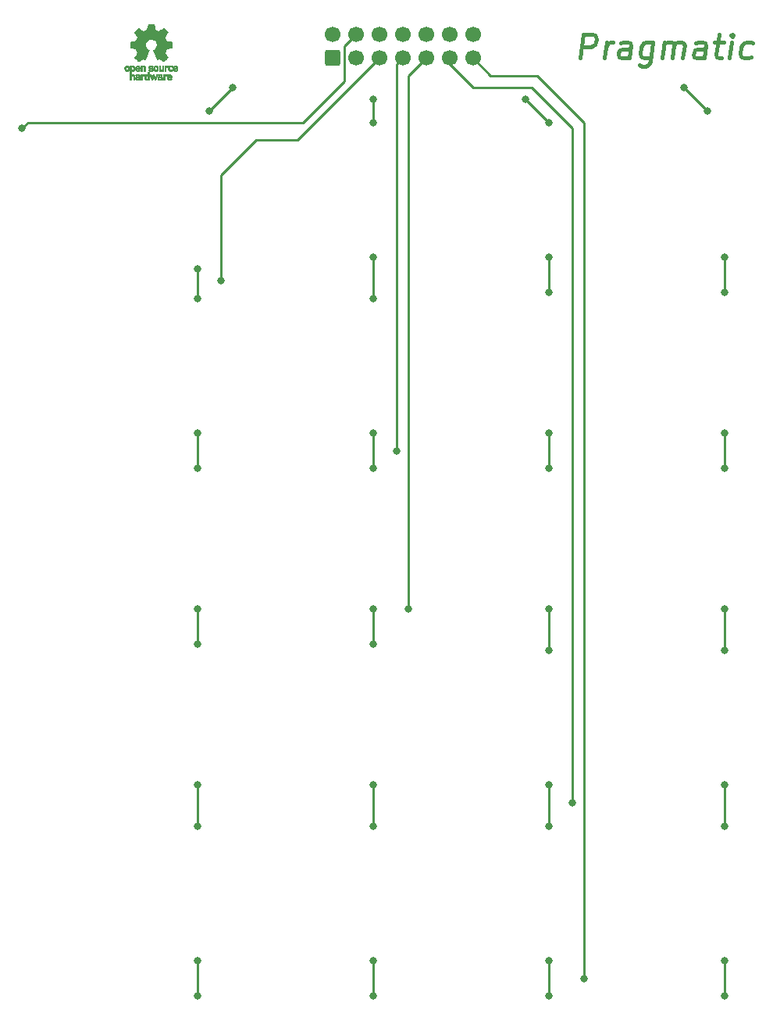
<source format=gtl>
%TF.GenerationSoftware,KiCad,Pcbnew,(6.0.1-0)*%
%TF.CreationDate,2022-02-06T15:04:04+08:00*%
%TF.ProjectId,Pragmatic,50726167-6d61-4746-9963-2e6b69636164,0.3*%
%TF.SameCoordinates,Original*%
%TF.FileFunction,Copper,L1,Top*%
%TF.FilePolarity,Positive*%
%FSLAX46Y46*%
G04 Gerber Fmt 4.6, Leading zero omitted, Abs format (unit mm)*
G04 Created by KiCad (PCBNEW (6.0.1-0)) date 2022-02-06 15:04:04*
%MOMM*%
%LPD*%
G01*
G04 APERTURE LIST*
G04 Aperture macros list*
%AMRoundRect*
0 Rectangle with rounded corners*
0 $1 Rounding radius*
0 $2 $3 $4 $5 $6 $7 $8 $9 X,Y pos of 4 corners*
0 Add a 4 corners polygon primitive as box body*
4,1,4,$2,$3,$4,$5,$6,$7,$8,$9,$2,$3,0*
0 Add four circle primitives for the rounded corners*
1,1,$1+$1,$2,$3*
1,1,$1+$1,$4,$5*
1,1,$1+$1,$6,$7*
1,1,$1+$1,$8,$9*
0 Add four rect primitives between the rounded corners*
20,1,$1+$1,$2,$3,$4,$5,0*
20,1,$1+$1,$4,$5,$6,$7,0*
20,1,$1+$1,$6,$7,$8,$9,0*
20,1,$1+$1,$8,$9,$2,$3,0*%
G04 Aperture macros list end*
%ADD10C,0.406400*%
%TA.AperFunction,NonConductor*%
%ADD11C,0.406400*%
%TD*%
%TA.AperFunction,EtchedComponent*%
%ADD12C,0.010000*%
%TD*%
%TA.AperFunction,ComponentPad*%
%ADD13RoundRect,0.250000X0.600000X-0.600000X0.600000X0.600000X-0.600000X0.600000X-0.600000X-0.600000X0*%
%TD*%
%TA.AperFunction,ComponentPad*%
%ADD14C,1.700000*%
%TD*%
%TA.AperFunction,ViaPad*%
%ADD15C,0.800000*%
%TD*%
%TA.AperFunction,Conductor*%
%ADD16C,0.250000*%
%TD*%
G04 APERTURE END LIST*
D10*
D11*
X124040550Y-42574028D02*
X124364400Y-39983228D01*
X125351372Y-39983228D01*
X125582693Y-40106600D01*
X125690643Y-40229971D01*
X125783172Y-40476714D01*
X125736907Y-40846828D01*
X125582693Y-41093571D01*
X125443900Y-41216942D01*
X125181736Y-41340314D01*
X124194765Y-41340314D01*
X126631350Y-42574028D02*
X126847250Y-40846828D01*
X126785565Y-41340314D02*
X126939779Y-41093571D01*
X127078572Y-40970200D01*
X127340736Y-40846828D01*
X127587479Y-40846828D01*
X129345522Y-42574028D02*
X129515157Y-41216942D01*
X129422629Y-40970200D01*
X129191307Y-40846828D01*
X128697822Y-40846828D01*
X128435657Y-40970200D01*
X129360943Y-42450657D02*
X129098779Y-42574028D01*
X128481922Y-42574028D01*
X128250600Y-42450657D01*
X128158072Y-42203914D01*
X128188915Y-41957171D01*
X128343129Y-41710428D01*
X128605293Y-41587057D01*
X129222150Y-41587057D01*
X129484315Y-41463685D01*
X131905479Y-40846828D02*
X131643315Y-42944142D01*
X131489100Y-43190885D01*
X131350307Y-43314257D01*
X131088143Y-43437628D01*
X130718029Y-43437628D01*
X130486707Y-43314257D01*
X131705000Y-42450657D02*
X131442836Y-42574028D01*
X130949350Y-42574028D01*
X130718029Y-42450657D01*
X130610079Y-42327285D01*
X130517550Y-42080542D01*
X130610079Y-41340314D01*
X130764293Y-41093571D01*
X130903086Y-40970200D01*
X131165250Y-40846828D01*
X131658736Y-40846828D01*
X131890057Y-40970200D01*
X132923293Y-42574028D02*
X133139193Y-40846828D01*
X133108350Y-41093571D02*
X133247143Y-40970200D01*
X133509307Y-40846828D01*
X133879422Y-40846828D01*
X134110743Y-40970200D01*
X134203272Y-41216942D01*
X134033636Y-42574028D01*
X134203272Y-41216942D02*
X134357486Y-40970200D01*
X134619650Y-40846828D01*
X134989765Y-40846828D01*
X135221086Y-40970200D01*
X135313615Y-41216942D01*
X135143979Y-42574028D01*
X137488036Y-42574028D02*
X137657672Y-41216942D01*
X137565143Y-40970200D01*
X137333822Y-40846828D01*
X136840336Y-40846828D01*
X136578172Y-40970200D01*
X137503457Y-42450657D02*
X137241293Y-42574028D01*
X136624436Y-42574028D01*
X136393115Y-42450657D01*
X136300586Y-42203914D01*
X136331429Y-41957171D01*
X136485643Y-41710428D01*
X136747807Y-41587057D01*
X137364665Y-41587057D01*
X137626829Y-41463685D01*
X138567536Y-40846828D02*
X139554507Y-40846828D01*
X139045600Y-39983228D02*
X138768015Y-42203914D01*
X138860543Y-42450657D01*
X139091865Y-42574028D01*
X139338607Y-42574028D01*
X140202207Y-42574028D02*
X140418107Y-40846828D01*
X140526057Y-39983228D02*
X140387265Y-40106600D01*
X140495215Y-40229971D01*
X140634007Y-40106600D01*
X140526057Y-39983228D01*
X140495215Y-40229971D01*
X142561686Y-42450657D02*
X142299522Y-42574028D01*
X141806036Y-42574028D01*
X141574715Y-42450657D01*
X141466765Y-42327285D01*
X141374236Y-42080542D01*
X141466765Y-41340314D01*
X141620979Y-41093571D01*
X141759772Y-40970200D01*
X142021936Y-40846828D01*
X142515422Y-40846828D01*
X142746743Y-40970200D01*
D12*
X78508411Y-44315417D02*
X78561411Y-44328290D01*
X78561411Y-44328290D02*
X78576731Y-44335110D01*
X78576731Y-44335110D02*
X78606428Y-44352974D01*
X78606428Y-44352974D02*
X78629220Y-44373093D01*
X78629220Y-44373093D02*
X78646083Y-44398962D01*
X78646083Y-44398962D02*
X78657998Y-44434073D01*
X78657998Y-44434073D02*
X78665942Y-44481920D01*
X78665942Y-44481920D02*
X78670894Y-44545996D01*
X78670894Y-44545996D02*
X78673831Y-44629794D01*
X78673831Y-44629794D02*
X78674947Y-44685768D01*
X78674947Y-44685768D02*
X78679052Y-44927822D01*
X78679052Y-44927822D02*
X78608932Y-44927822D01*
X78608932Y-44927822D02*
X78566393Y-44926038D01*
X78566393Y-44926038D02*
X78544476Y-44919942D01*
X78544476Y-44919942D02*
X78538812Y-44909706D01*
X78538812Y-44909706D02*
X78535821Y-44898637D01*
X78535821Y-44898637D02*
X78522451Y-44900754D01*
X78522451Y-44900754D02*
X78504233Y-44909629D01*
X78504233Y-44909629D02*
X78458624Y-44923233D01*
X78458624Y-44923233D02*
X78400007Y-44926899D01*
X78400007Y-44926899D02*
X78338354Y-44920903D01*
X78338354Y-44920903D02*
X78283638Y-44905521D01*
X78283638Y-44905521D02*
X78278730Y-44903386D01*
X78278730Y-44903386D02*
X78228723Y-44868255D01*
X78228723Y-44868255D02*
X78195756Y-44819419D01*
X78195756Y-44819419D02*
X78180587Y-44762333D01*
X78180587Y-44762333D02*
X78181746Y-44741824D01*
X78181746Y-44741824D02*
X78305508Y-44741824D01*
X78305508Y-44741824D02*
X78316413Y-44769425D01*
X78316413Y-44769425D02*
X78348745Y-44789204D01*
X78348745Y-44789204D02*
X78400910Y-44799819D01*
X78400910Y-44799819D02*
X78428787Y-44801228D01*
X78428787Y-44801228D02*
X78475247Y-44797620D01*
X78475247Y-44797620D02*
X78506129Y-44783597D01*
X78506129Y-44783597D02*
X78513664Y-44776931D01*
X78513664Y-44776931D02*
X78534076Y-44740666D01*
X78534076Y-44740666D02*
X78538812Y-44707773D01*
X78538812Y-44707773D02*
X78538812Y-44663763D01*
X78538812Y-44663763D02*
X78477513Y-44663763D01*
X78477513Y-44663763D02*
X78406256Y-44667395D01*
X78406256Y-44667395D02*
X78356276Y-44678818D01*
X78356276Y-44678818D02*
X78324696Y-44698824D01*
X78324696Y-44698824D02*
X78317626Y-44707743D01*
X78317626Y-44707743D02*
X78305508Y-44741824D01*
X78305508Y-44741824D02*
X78181746Y-44741824D01*
X78181746Y-44741824D02*
X78183971Y-44702456D01*
X78183971Y-44702456D02*
X78206663Y-44645244D01*
X78206663Y-44645244D02*
X78237624Y-44606580D01*
X78237624Y-44606580D02*
X78256376Y-44589864D01*
X78256376Y-44589864D02*
X78274733Y-44578878D01*
X78274733Y-44578878D02*
X78298619Y-44572180D01*
X78298619Y-44572180D02*
X78333957Y-44568326D01*
X78333957Y-44568326D02*
X78386669Y-44565873D01*
X78386669Y-44565873D02*
X78407577Y-44565168D01*
X78407577Y-44565168D02*
X78538812Y-44560879D01*
X78538812Y-44560879D02*
X78538620Y-44521158D01*
X78538620Y-44521158D02*
X78533537Y-44479405D01*
X78533537Y-44479405D02*
X78515162Y-44454158D01*
X78515162Y-44454158D02*
X78478039Y-44438030D01*
X78478039Y-44438030D02*
X78477043Y-44437742D01*
X78477043Y-44437742D02*
X78424410Y-44431400D01*
X78424410Y-44431400D02*
X78372906Y-44439684D01*
X78372906Y-44439684D02*
X78334630Y-44459827D01*
X78334630Y-44459827D02*
X78319272Y-44469773D01*
X78319272Y-44469773D02*
X78302730Y-44468397D01*
X78302730Y-44468397D02*
X78277275Y-44453987D01*
X78277275Y-44453987D02*
X78262328Y-44443817D01*
X78262328Y-44443817D02*
X78233091Y-44422088D01*
X78233091Y-44422088D02*
X78214980Y-44405800D01*
X78214980Y-44405800D02*
X78212074Y-44401137D01*
X78212074Y-44401137D02*
X78224040Y-44377005D01*
X78224040Y-44377005D02*
X78259396Y-44348185D01*
X78259396Y-44348185D02*
X78274753Y-44338461D01*
X78274753Y-44338461D02*
X78318901Y-44321714D01*
X78318901Y-44321714D02*
X78378398Y-44312227D01*
X78378398Y-44312227D02*
X78444487Y-44310095D01*
X78444487Y-44310095D02*
X78508411Y-44315417D01*
X78508411Y-44315417D02*
X78508411Y-44315417D01*
G36*
X78206663Y-44645244D02*
G01*
X78237624Y-44606580D01*
X78256376Y-44589864D01*
X78274733Y-44578878D01*
X78298619Y-44572180D01*
X78333957Y-44568326D01*
X78386669Y-44565873D01*
X78407577Y-44565168D01*
X78538812Y-44560879D01*
X78538620Y-44521158D01*
X78533537Y-44479405D01*
X78515162Y-44454158D01*
X78478039Y-44438030D01*
X78477043Y-44437742D01*
X78424410Y-44431400D01*
X78372906Y-44439684D01*
X78334630Y-44459827D01*
X78319272Y-44469773D01*
X78302730Y-44468397D01*
X78277275Y-44453987D01*
X78262328Y-44443817D01*
X78233091Y-44422088D01*
X78214980Y-44405800D01*
X78212074Y-44401137D01*
X78224040Y-44377005D01*
X78259396Y-44348185D01*
X78274753Y-44338461D01*
X78318901Y-44321714D01*
X78378398Y-44312227D01*
X78444487Y-44310095D01*
X78508411Y-44315417D01*
X78561411Y-44328290D01*
X78576731Y-44335110D01*
X78606428Y-44352974D01*
X78629220Y-44373093D01*
X78646083Y-44398962D01*
X78657998Y-44434073D01*
X78665942Y-44481920D01*
X78670894Y-44545996D01*
X78673831Y-44629794D01*
X78674947Y-44685768D01*
X78679052Y-44927822D01*
X78608932Y-44927822D01*
X78566393Y-44926038D01*
X78544476Y-44919942D01*
X78538812Y-44909706D01*
X78535821Y-44898637D01*
X78522451Y-44900754D01*
X78504233Y-44909629D01*
X78458624Y-44923233D01*
X78400007Y-44926899D01*
X78338354Y-44920903D01*
X78283638Y-44905521D01*
X78278730Y-44903386D01*
X78228723Y-44868255D01*
X78195756Y-44819419D01*
X78180587Y-44762333D01*
X78181746Y-44741824D01*
X78305508Y-44741824D01*
X78316413Y-44769425D01*
X78348745Y-44789204D01*
X78400910Y-44799819D01*
X78428787Y-44801228D01*
X78475247Y-44797620D01*
X78506129Y-44783597D01*
X78513664Y-44776931D01*
X78534076Y-44740666D01*
X78538812Y-44707773D01*
X78538812Y-44663763D01*
X78477513Y-44663763D01*
X78406256Y-44667395D01*
X78356276Y-44678818D01*
X78324696Y-44698824D01*
X78317626Y-44707743D01*
X78305508Y-44741824D01*
X78181746Y-44741824D01*
X78183971Y-44702456D01*
X78206663Y-44645244D01*
G37*
X78206663Y-44645244D02*
X78237624Y-44606580D01*
X78256376Y-44589864D01*
X78274733Y-44578878D01*
X78298619Y-44572180D01*
X78333957Y-44568326D01*
X78386669Y-44565873D01*
X78407577Y-44565168D01*
X78538812Y-44560879D01*
X78538620Y-44521158D01*
X78533537Y-44479405D01*
X78515162Y-44454158D01*
X78478039Y-44438030D01*
X78477043Y-44437742D01*
X78424410Y-44431400D01*
X78372906Y-44439684D01*
X78334630Y-44459827D01*
X78319272Y-44469773D01*
X78302730Y-44468397D01*
X78277275Y-44453987D01*
X78262328Y-44443817D01*
X78233091Y-44422088D01*
X78214980Y-44405800D01*
X78212074Y-44401137D01*
X78224040Y-44377005D01*
X78259396Y-44348185D01*
X78274753Y-44338461D01*
X78318901Y-44321714D01*
X78378398Y-44312227D01*
X78444487Y-44310095D01*
X78508411Y-44315417D01*
X78561411Y-44328290D01*
X78576731Y-44335110D01*
X78606428Y-44352974D01*
X78629220Y-44373093D01*
X78646083Y-44398962D01*
X78657998Y-44434073D01*
X78665942Y-44481920D01*
X78670894Y-44545996D01*
X78673831Y-44629794D01*
X78674947Y-44685768D01*
X78679052Y-44927822D01*
X78608932Y-44927822D01*
X78566393Y-44926038D01*
X78544476Y-44919942D01*
X78538812Y-44909706D01*
X78535821Y-44898637D01*
X78522451Y-44900754D01*
X78504233Y-44909629D01*
X78458624Y-44923233D01*
X78400007Y-44926899D01*
X78338354Y-44920903D01*
X78283638Y-44905521D01*
X78278730Y-44903386D01*
X78228723Y-44868255D01*
X78195756Y-44819419D01*
X78180587Y-44762333D01*
X78181746Y-44741824D01*
X78305508Y-44741824D01*
X78316413Y-44769425D01*
X78348745Y-44789204D01*
X78400910Y-44799819D01*
X78428787Y-44801228D01*
X78475247Y-44797620D01*
X78506129Y-44783597D01*
X78513664Y-44776931D01*
X78534076Y-44740666D01*
X78538812Y-44707773D01*
X78538812Y-44663763D01*
X78477513Y-44663763D01*
X78406256Y-44667395D01*
X78356276Y-44678818D01*
X78324696Y-44698824D01*
X78317626Y-44707743D01*
X78305508Y-44741824D01*
X78181746Y-44741824D01*
X78183971Y-44702456D01*
X78206663Y-44645244D01*
X79105255Y-44311486D02*
X79153595Y-44321015D01*
X79153595Y-44321015D02*
X79181114Y-44335125D01*
X79181114Y-44335125D02*
X79210064Y-44358568D01*
X79210064Y-44358568D02*
X79168876Y-44410571D01*
X79168876Y-44410571D02*
X79143482Y-44442064D01*
X79143482Y-44442064D02*
X79126238Y-44457428D01*
X79126238Y-44457428D02*
X79109102Y-44459776D01*
X79109102Y-44459776D02*
X79084027Y-44452217D01*
X79084027Y-44452217D02*
X79072257Y-44447941D01*
X79072257Y-44447941D02*
X79024270Y-44441631D01*
X79024270Y-44441631D02*
X78980324Y-44455156D01*
X78980324Y-44455156D02*
X78948060Y-44485710D01*
X78948060Y-44485710D02*
X78942819Y-44495452D01*
X78942819Y-44495452D02*
X78937112Y-44521258D01*
X78937112Y-44521258D02*
X78932706Y-44568817D01*
X78932706Y-44568817D02*
X78929811Y-44634758D01*
X78929811Y-44634758D02*
X78928631Y-44715710D01*
X78928631Y-44715710D02*
X78928614Y-44727226D01*
X78928614Y-44727226D02*
X78928614Y-44927822D01*
X78928614Y-44927822D02*
X78790297Y-44927822D01*
X78790297Y-44927822D02*
X78790297Y-44311683D01*
X78790297Y-44311683D02*
X78859456Y-44311683D01*
X78859456Y-44311683D02*
X78899333Y-44312725D01*
X78899333Y-44312725D02*
X78920107Y-44317358D01*
X78920107Y-44317358D02*
X78927789Y-44327849D01*
X78927789Y-44327849D02*
X78928614Y-44337745D01*
X78928614Y-44337745D02*
X78928614Y-44363806D01*
X78928614Y-44363806D02*
X78961745Y-44337745D01*
X78961745Y-44337745D02*
X78999735Y-44319965D01*
X78999735Y-44319965D02*
X79050770Y-44311174D01*
X79050770Y-44311174D02*
X79105255Y-44311486D01*
X79105255Y-44311486D02*
X79105255Y-44311486D01*
G36*
X79105255Y-44311486D02*
G01*
X79153595Y-44321015D01*
X79181114Y-44335125D01*
X79210064Y-44358568D01*
X79168876Y-44410571D01*
X79143482Y-44442064D01*
X79126238Y-44457428D01*
X79109102Y-44459776D01*
X79084027Y-44452217D01*
X79072257Y-44447941D01*
X79024270Y-44441631D01*
X78980324Y-44455156D01*
X78948060Y-44485710D01*
X78942819Y-44495452D01*
X78937112Y-44521258D01*
X78932706Y-44568817D01*
X78929811Y-44634758D01*
X78928631Y-44715710D01*
X78928614Y-44727226D01*
X78928614Y-44927822D01*
X78790297Y-44927822D01*
X78790297Y-44311683D01*
X78859456Y-44311683D01*
X78899333Y-44312725D01*
X78920107Y-44317358D01*
X78927789Y-44327849D01*
X78928614Y-44337745D01*
X78928614Y-44363806D01*
X78961745Y-44337745D01*
X78999735Y-44319965D01*
X79050770Y-44311174D01*
X79105255Y-44311486D01*
G37*
X79105255Y-44311486D02*
X79153595Y-44321015D01*
X79181114Y-44335125D01*
X79210064Y-44358568D01*
X79168876Y-44410571D01*
X79143482Y-44442064D01*
X79126238Y-44457428D01*
X79109102Y-44459776D01*
X79084027Y-44452217D01*
X79072257Y-44447941D01*
X79024270Y-44441631D01*
X78980324Y-44455156D01*
X78948060Y-44485710D01*
X78942819Y-44495452D01*
X78937112Y-44521258D01*
X78932706Y-44568817D01*
X78929811Y-44634758D01*
X78928631Y-44715710D01*
X78928614Y-44727226D01*
X78928614Y-44927822D01*
X78790297Y-44927822D01*
X78790297Y-44311683D01*
X78859456Y-44311683D01*
X78899333Y-44312725D01*
X78920107Y-44317358D01*
X78927789Y-44327849D01*
X78928614Y-44337745D01*
X78928614Y-44363806D01*
X78961745Y-44337745D01*
X78999735Y-44319965D01*
X79050770Y-44311174D01*
X79105255Y-44311486D01*
X76715988Y-43379002D02*
X76747283Y-43393950D01*
X76747283Y-43393950D02*
X76777591Y-43415541D01*
X76777591Y-43415541D02*
X76800682Y-43440391D01*
X76800682Y-43440391D02*
X76817500Y-43472087D01*
X76817500Y-43472087D02*
X76828994Y-43514214D01*
X76828994Y-43514214D02*
X76836109Y-43570358D01*
X76836109Y-43570358D02*
X76839793Y-43644106D01*
X76839793Y-43644106D02*
X76840992Y-43739044D01*
X76840992Y-43739044D02*
X76841011Y-43748985D01*
X76841011Y-43748985D02*
X76841287Y-43972179D01*
X76841287Y-43972179D02*
X76702970Y-43972179D01*
X76702970Y-43972179D02*
X76702970Y-43766418D01*
X76702970Y-43766418D02*
X76702872Y-43690189D01*
X76702872Y-43690189D02*
X76702191Y-43634939D01*
X76702191Y-43634939D02*
X76700349Y-43596501D01*
X76700349Y-43596501D02*
X76696767Y-43570706D01*
X76696767Y-43570706D02*
X76690868Y-43553384D01*
X76690868Y-43553384D02*
X76682073Y-43540368D01*
X76682073Y-43540368D02*
X76669820Y-43527507D01*
X76669820Y-43527507D02*
X76626953Y-43499873D01*
X76626953Y-43499873D02*
X76580157Y-43494745D01*
X76580157Y-43494745D02*
X76535576Y-43512217D01*
X76535576Y-43512217D02*
X76520072Y-43525221D01*
X76520072Y-43525221D02*
X76508690Y-43537447D01*
X76508690Y-43537447D02*
X76500519Y-43550540D01*
X76500519Y-43550540D02*
X76495026Y-43568615D01*
X76495026Y-43568615D02*
X76491680Y-43595787D01*
X76491680Y-43595787D02*
X76489949Y-43636170D01*
X76489949Y-43636170D02*
X76489303Y-43693879D01*
X76489303Y-43693879D02*
X76489208Y-43764132D01*
X76489208Y-43764132D02*
X76489208Y-43972179D01*
X76489208Y-43972179D02*
X76350891Y-43972179D01*
X76350891Y-43972179D02*
X76350891Y-43368614D01*
X76350891Y-43368614D02*
X76420050Y-43368614D01*
X76420050Y-43368614D02*
X76461572Y-43370256D01*
X76461572Y-43370256D02*
X76482994Y-43376087D01*
X76482994Y-43376087D02*
X76489205Y-43387461D01*
X76489205Y-43387461D02*
X76489208Y-43387798D01*
X76489208Y-43387798D02*
X76492090Y-43398938D01*
X76492090Y-43398938D02*
X76504801Y-43397674D01*
X76504801Y-43397674D02*
X76530074Y-43385434D01*
X76530074Y-43385434D02*
X76587395Y-43367424D01*
X76587395Y-43367424D02*
X76652963Y-43365421D01*
X76652963Y-43365421D02*
X76715988Y-43379002D01*
X76715988Y-43379002D02*
X76715988Y-43379002D01*
G36*
X76715988Y-43379002D02*
G01*
X76747283Y-43393950D01*
X76777591Y-43415541D01*
X76800682Y-43440391D01*
X76817500Y-43472087D01*
X76828994Y-43514214D01*
X76836109Y-43570358D01*
X76839793Y-43644106D01*
X76840992Y-43739044D01*
X76841011Y-43748985D01*
X76841287Y-43972179D01*
X76702970Y-43972179D01*
X76702970Y-43766418D01*
X76702872Y-43690189D01*
X76702191Y-43634939D01*
X76700349Y-43596501D01*
X76696767Y-43570706D01*
X76690868Y-43553384D01*
X76682073Y-43540368D01*
X76669820Y-43527507D01*
X76626953Y-43499873D01*
X76580157Y-43494745D01*
X76535576Y-43512217D01*
X76520072Y-43525221D01*
X76508690Y-43537447D01*
X76500519Y-43550540D01*
X76495026Y-43568615D01*
X76491680Y-43595787D01*
X76489949Y-43636170D01*
X76489303Y-43693879D01*
X76489208Y-43764132D01*
X76489208Y-43972179D01*
X76350891Y-43972179D01*
X76350891Y-43368614D01*
X76420050Y-43368614D01*
X76461572Y-43370256D01*
X76482994Y-43376087D01*
X76489205Y-43387461D01*
X76489208Y-43387798D01*
X76492090Y-43398938D01*
X76504801Y-43397674D01*
X76530074Y-43385434D01*
X76587395Y-43367424D01*
X76652963Y-43365421D01*
X76715988Y-43379002D01*
G37*
X76715988Y-43379002D02*
X76747283Y-43393950D01*
X76777591Y-43415541D01*
X76800682Y-43440391D01*
X76817500Y-43472087D01*
X76828994Y-43514214D01*
X76836109Y-43570358D01*
X76839793Y-43644106D01*
X76840992Y-43739044D01*
X76841011Y-43748985D01*
X76841287Y-43972179D01*
X76702970Y-43972179D01*
X76702970Y-43766418D01*
X76702872Y-43690189D01*
X76702191Y-43634939D01*
X76700349Y-43596501D01*
X76696767Y-43570706D01*
X76690868Y-43553384D01*
X76682073Y-43540368D01*
X76669820Y-43527507D01*
X76626953Y-43499873D01*
X76580157Y-43494745D01*
X76535576Y-43512217D01*
X76520072Y-43525221D01*
X76508690Y-43537447D01*
X76500519Y-43550540D01*
X76495026Y-43568615D01*
X76491680Y-43595787D01*
X76489949Y-43636170D01*
X76489303Y-43693879D01*
X76489208Y-43764132D01*
X76489208Y-43972179D01*
X76350891Y-43972179D01*
X76350891Y-43368614D01*
X76420050Y-43368614D01*
X76461572Y-43370256D01*
X76482994Y-43376087D01*
X76489205Y-43387461D01*
X76489208Y-43387798D01*
X76492090Y-43398938D01*
X76504801Y-43397674D01*
X76530074Y-43385434D01*
X76587395Y-43367424D01*
X76652963Y-43365421D01*
X76715988Y-43379002D01*
X76113301Y-43382614D02*
X76125832Y-43388514D01*
X76125832Y-43388514D02*
X76169201Y-43420283D01*
X76169201Y-43420283D02*
X76210210Y-43466646D01*
X76210210Y-43466646D02*
X76240832Y-43517696D01*
X76240832Y-43517696D02*
X76249541Y-43541166D01*
X76249541Y-43541166D02*
X76257488Y-43583091D01*
X76257488Y-43583091D02*
X76262226Y-43633757D01*
X76262226Y-43633757D02*
X76262801Y-43654679D01*
X76262801Y-43654679D02*
X76262871Y-43720693D01*
X76262871Y-43720693D02*
X75882917Y-43720693D01*
X75882917Y-43720693D02*
X75891017Y-43755273D01*
X75891017Y-43755273D02*
X75910896Y-43796170D01*
X75910896Y-43796170D02*
X75945653Y-43831514D01*
X75945653Y-43831514D02*
X75987002Y-43854282D01*
X75987002Y-43854282D02*
X76013351Y-43859010D01*
X76013351Y-43859010D02*
X76049084Y-43853273D01*
X76049084Y-43853273D02*
X76091718Y-43838882D01*
X76091718Y-43838882D02*
X76106201Y-43832262D01*
X76106201Y-43832262D02*
X76159760Y-43805513D01*
X76159760Y-43805513D02*
X76205467Y-43840376D01*
X76205467Y-43840376D02*
X76231842Y-43863955D01*
X76231842Y-43863955D02*
X76245876Y-43883417D01*
X76245876Y-43883417D02*
X76246586Y-43889129D01*
X76246586Y-43889129D02*
X76234049Y-43902973D01*
X76234049Y-43902973D02*
X76206572Y-43924012D01*
X76206572Y-43924012D02*
X76181634Y-43940425D01*
X76181634Y-43940425D02*
X76114336Y-43969930D01*
X76114336Y-43969930D02*
X76038890Y-43983284D01*
X76038890Y-43983284D02*
X75964112Y-43979812D01*
X75964112Y-43979812D02*
X75904505Y-43961663D01*
X75904505Y-43961663D02*
X75843059Y-43922784D01*
X75843059Y-43922784D02*
X75799392Y-43871595D01*
X75799392Y-43871595D02*
X75772074Y-43805367D01*
X75772074Y-43805367D02*
X75759678Y-43721371D01*
X75759678Y-43721371D02*
X75758579Y-43682936D01*
X75758579Y-43682936D02*
X75762978Y-43594861D01*
X75762978Y-43594861D02*
X75763518Y-43592299D01*
X75763518Y-43592299D02*
X75889418Y-43592299D01*
X75889418Y-43592299D02*
X75892885Y-43600558D01*
X75892885Y-43600558D02*
X75907137Y-43605113D01*
X75907137Y-43605113D02*
X75936530Y-43607065D01*
X75936530Y-43607065D02*
X75985425Y-43607517D01*
X75985425Y-43607517D02*
X76004252Y-43607525D01*
X76004252Y-43607525D02*
X76061533Y-43606843D01*
X76061533Y-43606843D02*
X76097859Y-43604364D01*
X76097859Y-43604364D02*
X76117396Y-43599443D01*
X76117396Y-43599443D02*
X76124310Y-43591434D01*
X76124310Y-43591434D02*
X76124555Y-43588862D01*
X76124555Y-43588862D02*
X76116664Y-43568423D01*
X76116664Y-43568423D02*
X76096915Y-43539789D01*
X76096915Y-43539789D02*
X76088425Y-43529763D01*
X76088425Y-43529763D02*
X76056906Y-43501408D01*
X76056906Y-43501408D02*
X76024051Y-43490259D01*
X76024051Y-43490259D02*
X76006349Y-43489327D01*
X76006349Y-43489327D02*
X75958461Y-43500981D01*
X75958461Y-43500981D02*
X75918301Y-43532285D01*
X75918301Y-43532285D02*
X75892827Y-43577752D01*
X75892827Y-43577752D02*
X75892375Y-43579233D01*
X75892375Y-43579233D02*
X75889418Y-43592299D01*
X75889418Y-43592299D02*
X75763518Y-43592299D01*
X75763518Y-43592299D02*
X75777608Y-43525510D01*
X75777608Y-43525510D02*
X75803962Y-43470025D01*
X75803962Y-43470025D02*
X75836193Y-43430639D01*
X75836193Y-43430639D02*
X75895783Y-43387931D01*
X75895783Y-43387931D02*
X75965832Y-43365109D01*
X75965832Y-43365109D02*
X76040339Y-43363046D01*
X76040339Y-43363046D02*
X76113301Y-43382614D01*
X76113301Y-43382614D02*
X76113301Y-43382614D01*
G36*
X75803962Y-43470025D02*
G01*
X75836193Y-43430639D01*
X75895783Y-43387931D01*
X75965832Y-43365109D01*
X76040339Y-43363046D01*
X76113301Y-43382614D01*
X76125832Y-43388514D01*
X76169201Y-43420283D01*
X76210210Y-43466646D01*
X76240832Y-43517696D01*
X76249541Y-43541166D01*
X76257488Y-43583091D01*
X76262226Y-43633757D01*
X76262801Y-43654679D01*
X76262871Y-43720693D01*
X75882917Y-43720693D01*
X75891017Y-43755273D01*
X75910896Y-43796170D01*
X75945653Y-43831514D01*
X75987002Y-43854282D01*
X76013351Y-43859010D01*
X76049084Y-43853273D01*
X76091718Y-43838882D01*
X76106201Y-43832262D01*
X76159760Y-43805513D01*
X76205467Y-43840376D01*
X76231842Y-43863955D01*
X76245876Y-43883417D01*
X76246586Y-43889129D01*
X76234049Y-43902973D01*
X76206572Y-43924012D01*
X76181634Y-43940425D01*
X76114336Y-43969930D01*
X76038890Y-43983284D01*
X75964112Y-43979812D01*
X75904505Y-43961663D01*
X75843059Y-43922784D01*
X75799392Y-43871595D01*
X75772074Y-43805367D01*
X75759678Y-43721371D01*
X75758579Y-43682936D01*
X75762978Y-43594861D01*
X75763518Y-43592299D01*
X75889418Y-43592299D01*
X75892885Y-43600558D01*
X75907137Y-43605113D01*
X75936530Y-43607065D01*
X75985425Y-43607517D01*
X76004252Y-43607525D01*
X76061533Y-43606843D01*
X76097859Y-43604364D01*
X76117396Y-43599443D01*
X76124310Y-43591434D01*
X76124555Y-43588862D01*
X76116664Y-43568423D01*
X76096915Y-43539789D01*
X76088425Y-43529763D01*
X76056906Y-43501408D01*
X76024051Y-43490259D01*
X76006349Y-43489327D01*
X75958461Y-43500981D01*
X75918301Y-43532285D01*
X75892827Y-43577752D01*
X75892375Y-43579233D01*
X75889418Y-43592299D01*
X75763518Y-43592299D01*
X75777608Y-43525510D01*
X75803962Y-43470025D01*
G37*
X75803962Y-43470025D02*
X75836193Y-43430639D01*
X75895783Y-43387931D01*
X75965832Y-43365109D01*
X76040339Y-43363046D01*
X76113301Y-43382614D01*
X76125832Y-43388514D01*
X76169201Y-43420283D01*
X76210210Y-43466646D01*
X76240832Y-43517696D01*
X76249541Y-43541166D01*
X76257488Y-43583091D01*
X76262226Y-43633757D01*
X76262801Y-43654679D01*
X76262871Y-43720693D01*
X75882917Y-43720693D01*
X75891017Y-43755273D01*
X75910896Y-43796170D01*
X75945653Y-43831514D01*
X75987002Y-43854282D01*
X76013351Y-43859010D01*
X76049084Y-43853273D01*
X76091718Y-43838882D01*
X76106201Y-43832262D01*
X76159760Y-43805513D01*
X76205467Y-43840376D01*
X76231842Y-43863955D01*
X76245876Y-43883417D01*
X76246586Y-43889129D01*
X76234049Y-43902973D01*
X76206572Y-43924012D01*
X76181634Y-43940425D01*
X76114336Y-43969930D01*
X76038890Y-43983284D01*
X75964112Y-43979812D01*
X75904505Y-43961663D01*
X75843059Y-43922784D01*
X75799392Y-43871595D01*
X75772074Y-43805367D01*
X75759678Y-43721371D01*
X75758579Y-43682936D01*
X75762978Y-43594861D01*
X75763518Y-43592299D01*
X75889418Y-43592299D01*
X75892885Y-43600558D01*
X75907137Y-43605113D01*
X75936530Y-43607065D01*
X75985425Y-43607517D01*
X76004252Y-43607525D01*
X76061533Y-43606843D01*
X76097859Y-43604364D01*
X76117396Y-43599443D01*
X76124310Y-43591434D01*
X76124555Y-43588862D01*
X76116664Y-43568423D01*
X76096915Y-43539789D01*
X76088425Y-43529763D01*
X76056906Y-43501408D01*
X76024051Y-43490259D01*
X76006349Y-43489327D01*
X75958461Y-43500981D01*
X75918301Y-43532285D01*
X75892827Y-43577752D01*
X75892375Y-43579233D01*
X75889418Y-43592299D01*
X75763518Y-43592299D01*
X75777608Y-43525510D01*
X75803962Y-43470025D01*
X80147898Y-43366457D02*
X80180096Y-43374279D01*
X80180096Y-43374279D02*
X80241825Y-43402921D01*
X80241825Y-43402921D02*
X80294610Y-43446667D01*
X80294610Y-43446667D02*
X80331141Y-43499117D01*
X80331141Y-43499117D02*
X80336160Y-43510893D01*
X80336160Y-43510893D02*
X80343045Y-43541740D01*
X80343045Y-43541740D02*
X80347864Y-43587371D01*
X80347864Y-43587371D02*
X80349505Y-43633492D01*
X80349505Y-43633492D02*
X80349505Y-43720693D01*
X80349505Y-43720693D02*
X80167178Y-43720693D01*
X80167178Y-43720693D02*
X80091979Y-43720978D01*
X80091979Y-43720978D02*
X80039003Y-43722704D01*
X80039003Y-43722704D02*
X80005325Y-43727181D01*
X80005325Y-43727181D02*
X79988020Y-43735720D01*
X79988020Y-43735720D02*
X79984163Y-43749630D01*
X79984163Y-43749630D02*
X79990829Y-43770222D01*
X79990829Y-43770222D02*
X80002770Y-43794315D01*
X80002770Y-43794315D02*
X80036080Y-43834525D01*
X80036080Y-43834525D02*
X80082368Y-43854558D01*
X80082368Y-43854558D02*
X80138944Y-43853905D01*
X80138944Y-43853905D02*
X80203031Y-43832101D01*
X80203031Y-43832101D02*
X80258417Y-43805193D01*
X80258417Y-43805193D02*
X80304375Y-43841532D01*
X80304375Y-43841532D02*
X80350333Y-43877872D01*
X80350333Y-43877872D02*
X80307096Y-43917819D01*
X80307096Y-43917819D02*
X80249374Y-43955563D01*
X80249374Y-43955563D02*
X80178386Y-43978320D01*
X80178386Y-43978320D02*
X80102029Y-43984688D01*
X80102029Y-43984688D02*
X80028199Y-43973268D01*
X80028199Y-43973268D02*
X80016287Y-43969393D01*
X80016287Y-43969393D02*
X79951399Y-43935506D01*
X79951399Y-43935506D02*
X79903130Y-43884986D01*
X79903130Y-43884986D02*
X79870465Y-43816325D01*
X79870465Y-43816325D02*
X79852385Y-43728014D01*
X79852385Y-43728014D02*
X79852175Y-43726121D01*
X79852175Y-43726121D02*
X79850556Y-43629878D01*
X79850556Y-43629878D02*
X79857100Y-43595542D01*
X79857100Y-43595542D02*
X79984852Y-43595542D01*
X79984852Y-43595542D02*
X79996584Y-43600822D01*
X79996584Y-43600822D02*
X80028438Y-43604867D01*
X80028438Y-43604867D02*
X80075397Y-43607176D01*
X80075397Y-43607176D02*
X80105154Y-43607525D01*
X80105154Y-43607525D02*
X80160648Y-43607306D01*
X80160648Y-43607306D02*
X80195346Y-43605916D01*
X80195346Y-43605916D02*
X80213601Y-43602251D01*
X80213601Y-43602251D02*
X80219766Y-43595210D01*
X80219766Y-43595210D02*
X80218195Y-43583690D01*
X80218195Y-43583690D02*
X80216878Y-43579233D01*
X80216878Y-43579233D02*
X80194382Y-43537355D01*
X80194382Y-43537355D02*
X80159003Y-43503604D01*
X80159003Y-43503604D02*
X80127780Y-43488773D01*
X80127780Y-43488773D02*
X80086301Y-43489668D01*
X80086301Y-43489668D02*
X80044269Y-43508164D01*
X80044269Y-43508164D02*
X80009012Y-43538786D01*
X80009012Y-43538786D02*
X79987854Y-43576062D01*
X79987854Y-43576062D02*
X79984852Y-43595542D01*
X79984852Y-43595542D02*
X79857100Y-43595542D01*
X79857100Y-43595542D02*
X79866690Y-43545229D01*
X79866690Y-43545229D02*
X79898698Y-43474191D01*
X79898698Y-43474191D02*
X79944701Y-43418779D01*
X79944701Y-43418779D02*
X80002821Y-43381009D01*
X80002821Y-43381009D02*
X80071180Y-43362896D01*
X80071180Y-43362896D02*
X80147898Y-43366457D01*
X80147898Y-43366457D02*
X80147898Y-43366457D01*
G36*
X79898698Y-43474191D02*
G01*
X79944701Y-43418779D01*
X80002821Y-43381009D01*
X80071180Y-43362896D01*
X80147898Y-43366457D01*
X80180096Y-43374279D01*
X80241825Y-43402921D01*
X80294610Y-43446667D01*
X80331141Y-43499117D01*
X80336160Y-43510893D01*
X80343045Y-43541740D01*
X80347864Y-43587371D01*
X80349505Y-43633492D01*
X80349505Y-43720693D01*
X80167178Y-43720693D01*
X80091979Y-43720978D01*
X80039003Y-43722704D01*
X80005325Y-43727181D01*
X79988020Y-43735720D01*
X79984163Y-43749630D01*
X79990829Y-43770222D01*
X80002770Y-43794315D01*
X80036080Y-43834525D01*
X80082368Y-43854558D01*
X80138944Y-43853905D01*
X80203031Y-43832101D01*
X80258417Y-43805193D01*
X80304375Y-43841532D01*
X80350333Y-43877872D01*
X80307096Y-43917819D01*
X80249374Y-43955563D01*
X80178386Y-43978320D01*
X80102029Y-43984688D01*
X80028199Y-43973268D01*
X80016287Y-43969393D01*
X79951399Y-43935506D01*
X79903130Y-43884986D01*
X79870465Y-43816325D01*
X79852385Y-43728014D01*
X79852175Y-43726121D01*
X79850556Y-43629878D01*
X79857100Y-43595542D01*
X79984852Y-43595542D01*
X79996584Y-43600822D01*
X80028438Y-43604867D01*
X80075397Y-43607176D01*
X80105154Y-43607525D01*
X80160648Y-43607306D01*
X80195346Y-43605916D01*
X80213601Y-43602251D01*
X80219766Y-43595210D01*
X80218195Y-43583690D01*
X80216878Y-43579233D01*
X80194382Y-43537355D01*
X80159003Y-43503604D01*
X80127780Y-43488773D01*
X80086301Y-43489668D01*
X80044269Y-43508164D01*
X80009012Y-43538786D01*
X79987854Y-43576062D01*
X79984852Y-43595542D01*
X79857100Y-43595542D01*
X79866690Y-43545229D01*
X79898698Y-43474191D01*
G37*
X79898698Y-43474191D02*
X79944701Y-43418779D01*
X80002821Y-43381009D01*
X80071180Y-43362896D01*
X80147898Y-43366457D01*
X80180096Y-43374279D01*
X80241825Y-43402921D01*
X80294610Y-43446667D01*
X80331141Y-43499117D01*
X80336160Y-43510893D01*
X80343045Y-43541740D01*
X80347864Y-43587371D01*
X80349505Y-43633492D01*
X80349505Y-43720693D01*
X80167178Y-43720693D01*
X80091979Y-43720978D01*
X80039003Y-43722704D01*
X80005325Y-43727181D01*
X79988020Y-43735720D01*
X79984163Y-43749630D01*
X79990829Y-43770222D01*
X80002770Y-43794315D01*
X80036080Y-43834525D01*
X80082368Y-43854558D01*
X80138944Y-43853905D01*
X80203031Y-43832101D01*
X80258417Y-43805193D01*
X80304375Y-43841532D01*
X80350333Y-43877872D01*
X80307096Y-43917819D01*
X80249374Y-43955563D01*
X80178386Y-43978320D01*
X80102029Y-43984688D01*
X80028199Y-43973268D01*
X80016287Y-43969393D01*
X79951399Y-43935506D01*
X79903130Y-43884986D01*
X79870465Y-43816325D01*
X79852385Y-43728014D01*
X79852175Y-43726121D01*
X79850556Y-43629878D01*
X79857100Y-43595542D01*
X79984852Y-43595542D01*
X79996584Y-43600822D01*
X80028438Y-43604867D01*
X80075397Y-43607176D01*
X80105154Y-43607525D01*
X80160648Y-43607306D01*
X80195346Y-43605916D01*
X80213601Y-43602251D01*
X80219766Y-43595210D01*
X80218195Y-43583690D01*
X80216878Y-43579233D01*
X80194382Y-43537355D01*
X80159003Y-43503604D01*
X80127780Y-43488773D01*
X80086301Y-43489668D01*
X80044269Y-43508164D01*
X80009012Y-43538786D01*
X79987854Y-43576062D01*
X79984852Y-43595542D01*
X79857100Y-43595542D01*
X79866690Y-43545229D01*
X79898698Y-43474191D01*
X77484017Y-43366452D02*
X77531634Y-43375482D01*
X77531634Y-43375482D02*
X77581034Y-43394370D01*
X77581034Y-43394370D02*
X77586312Y-43396777D01*
X77586312Y-43396777D02*
X77623774Y-43416476D01*
X77623774Y-43416476D02*
X77649717Y-43434781D01*
X77649717Y-43434781D02*
X77658103Y-43446508D01*
X77658103Y-43446508D02*
X77650117Y-43465632D01*
X77650117Y-43465632D02*
X77630720Y-43493850D01*
X77630720Y-43493850D02*
X77622110Y-43504384D01*
X77622110Y-43504384D02*
X77586628Y-43545847D01*
X77586628Y-43545847D02*
X77540885Y-43518858D01*
X77540885Y-43518858D02*
X77497350Y-43500878D01*
X77497350Y-43500878D02*
X77447050Y-43491267D01*
X77447050Y-43491267D02*
X77398812Y-43490660D01*
X77398812Y-43490660D02*
X77361467Y-43499691D01*
X77361467Y-43499691D02*
X77352505Y-43505327D01*
X77352505Y-43505327D02*
X77335437Y-43531171D01*
X77335437Y-43531171D02*
X77333363Y-43560941D01*
X77333363Y-43560941D02*
X77346134Y-43584197D01*
X77346134Y-43584197D02*
X77353688Y-43588708D01*
X77353688Y-43588708D02*
X77376325Y-43594309D01*
X77376325Y-43594309D02*
X77416115Y-43600892D01*
X77416115Y-43600892D02*
X77465166Y-43607183D01*
X77465166Y-43607183D02*
X77474215Y-43608170D01*
X77474215Y-43608170D02*
X77552996Y-43621798D01*
X77552996Y-43621798D02*
X77610136Y-43644946D01*
X77610136Y-43644946D02*
X77648030Y-43679752D01*
X77648030Y-43679752D02*
X77669079Y-43728354D01*
X77669079Y-43728354D02*
X77675635Y-43787718D01*
X77675635Y-43787718D02*
X77666577Y-43855198D01*
X77666577Y-43855198D02*
X77637164Y-43908188D01*
X77637164Y-43908188D02*
X77587278Y-43946783D01*
X77587278Y-43946783D02*
X77516800Y-43971081D01*
X77516800Y-43971081D02*
X77438565Y-43980667D01*
X77438565Y-43980667D02*
X77374766Y-43980552D01*
X77374766Y-43980552D02*
X77323016Y-43971845D01*
X77323016Y-43971845D02*
X77287673Y-43959825D01*
X77287673Y-43959825D02*
X77243017Y-43938880D01*
X77243017Y-43938880D02*
X77201747Y-43914574D01*
X77201747Y-43914574D02*
X77187079Y-43903876D01*
X77187079Y-43903876D02*
X77149357Y-43873084D01*
X77149357Y-43873084D02*
X77194852Y-43827049D01*
X77194852Y-43827049D02*
X77240347Y-43781013D01*
X77240347Y-43781013D02*
X77292072Y-43815243D01*
X77292072Y-43815243D02*
X77343952Y-43840952D01*
X77343952Y-43840952D02*
X77399351Y-43854399D01*
X77399351Y-43854399D02*
X77452605Y-43855818D01*
X77452605Y-43855818D02*
X77498049Y-43845443D01*
X77498049Y-43845443D02*
X77530016Y-43823507D01*
X77530016Y-43823507D02*
X77540338Y-43804998D01*
X77540338Y-43804998D02*
X77538789Y-43775314D01*
X77538789Y-43775314D02*
X77513140Y-43752615D01*
X77513140Y-43752615D02*
X77463460Y-43736940D01*
X77463460Y-43736940D02*
X77409031Y-43729695D01*
X77409031Y-43729695D02*
X77325264Y-43715873D01*
X77325264Y-43715873D02*
X77263033Y-43689796D01*
X77263033Y-43689796D02*
X77221507Y-43650699D01*
X77221507Y-43650699D02*
X77199853Y-43597820D01*
X77199853Y-43597820D02*
X77196853Y-43535126D01*
X77196853Y-43535126D02*
X77211671Y-43469642D01*
X77211671Y-43469642D02*
X77245454Y-43420144D01*
X77245454Y-43420144D02*
X77298505Y-43386408D01*
X77298505Y-43386408D02*
X77371126Y-43368207D01*
X77371126Y-43368207D02*
X77424928Y-43364639D01*
X77424928Y-43364639D02*
X77484017Y-43366452D01*
X77484017Y-43366452D02*
X77484017Y-43366452D01*
G36*
X77484017Y-43366452D02*
G01*
X77531634Y-43375482D01*
X77581034Y-43394370D01*
X77586312Y-43396777D01*
X77623774Y-43416476D01*
X77649717Y-43434781D01*
X77658103Y-43446508D01*
X77650117Y-43465632D01*
X77630720Y-43493850D01*
X77622110Y-43504384D01*
X77586628Y-43545847D01*
X77540885Y-43518858D01*
X77497350Y-43500878D01*
X77447050Y-43491267D01*
X77398812Y-43490660D01*
X77361467Y-43499691D01*
X77352505Y-43505327D01*
X77335437Y-43531171D01*
X77333363Y-43560941D01*
X77346134Y-43584197D01*
X77353688Y-43588708D01*
X77376325Y-43594309D01*
X77416115Y-43600892D01*
X77465166Y-43607183D01*
X77474215Y-43608170D01*
X77552996Y-43621798D01*
X77610136Y-43644946D01*
X77648030Y-43679752D01*
X77669079Y-43728354D01*
X77675635Y-43787718D01*
X77666577Y-43855198D01*
X77637164Y-43908188D01*
X77587278Y-43946783D01*
X77516800Y-43971081D01*
X77438565Y-43980667D01*
X77374766Y-43980552D01*
X77323016Y-43971845D01*
X77287673Y-43959825D01*
X77243017Y-43938880D01*
X77201747Y-43914574D01*
X77187079Y-43903876D01*
X77149357Y-43873084D01*
X77194852Y-43827049D01*
X77240347Y-43781013D01*
X77292072Y-43815243D01*
X77343952Y-43840952D01*
X77399351Y-43854399D01*
X77452605Y-43855818D01*
X77498049Y-43845443D01*
X77530016Y-43823507D01*
X77540338Y-43804998D01*
X77538789Y-43775314D01*
X77513140Y-43752615D01*
X77463460Y-43736940D01*
X77409031Y-43729695D01*
X77325264Y-43715873D01*
X77263033Y-43689796D01*
X77221507Y-43650699D01*
X77199853Y-43597820D01*
X77196853Y-43535126D01*
X77211671Y-43469642D01*
X77245454Y-43420144D01*
X77298505Y-43386408D01*
X77371126Y-43368207D01*
X77424928Y-43364639D01*
X77484017Y-43366452D01*
G37*
X77484017Y-43366452D02*
X77531634Y-43375482D01*
X77581034Y-43394370D01*
X77586312Y-43396777D01*
X77623774Y-43416476D01*
X77649717Y-43434781D01*
X77658103Y-43446508D01*
X77650117Y-43465632D01*
X77630720Y-43493850D01*
X77622110Y-43504384D01*
X77586628Y-43545847D01*
X77540885Y-43518858D01*
X77497350Y-43500878D01*
X77447050Y-43491267D01*
X77398812Y-43490660D01*
X77361467Y-43499691D01*
X77352505Y-43505327D01*
X77335437Y-43531171D01*
X77333363Y-43560941D01*
X77346134Y-43584197D01*
X77353688Y-43588708D01*
X77376325Y-43594309D01*
X77416115Y-43600892D01*
X77465166Y-43607183D01*
X77474215Y-43608170D01*
X77552996Y-43621798D01*
X77610136Y-43644946D01*
X77648030Y-43679752D01*
X77669079Y-43728354D01*
X77675635Y-43787718D01*
X77666577Y-43855198D01*
X77637164Y-43908188D01*
X77587278Y-43946783D01*
X77516800Y-43971081D01*
X77438565Y-43980667D01*
X77374766Y-43980552D01*
X77323016Y-43971845D01*
X77287673Y-43959825D01*
X77243017Y-43938880D01*
X77201747Y-43914574D01*
X77187079Y-43903876D01*
X77149357Y-43873084D01*
X77194852Y-43827049D01*
X77240347Y-43781013D01*
X77292072Y-43815243D01*
X77343952Y-43840952D01*
X77399351Y-43854399D01*
X77452605Y-43855818D01*
X77498049Y-43845443D01*
X77530016Y-43823507D01*
X77540338Y-43804998D01*
X77538789Y-43775314D01*
X77513140Y-43752615D01*
X77463460Y-43736940D01*
X77409031Y-43729695D01*
X77325264Y-43715873D01*
X77263033Y-43689796D01*
X77221507Y-43650699D01*
X77199853Y-43597820D01*
X77196853Y-43535126D01*
X77211671Y-43469642D01*
X77245454Y-43420144D01*
X77298505Y-43386408D01*
X77371126Y-43368207D01*
X77424928Y-43364639D01*
X77484017Y-43366452D01*
X79502581Y-44314970D02*
X79562685Y-44330597D01*
X79562685Y-44330597D02*
X79613021Y-44362848D01*
X79613021Y-44362848D02*
X79637393Y-44386940D01*
X79637393Y-44386940D02*
X79677345Y-44443895D01*
X79677345Y-44443895D02*
X79700242Y-44509965D01*
X79700242Y-44509965D02*
X79708108Y-44591182D01*
X79708108Y-44591182D02*
X79708148Y-44597748D01*
X79708148Y-44597748D02*
X79708218Y-44663763D01*
X79708218Y-44663763D02*
X79328264Y-44663763D01*
X79328264Y-44663763D02*
X79336363Y-44698342D01*
X79336363Y-44698342D02*
X79350987Y-44729659D01*
X79350987Y-44729659D02*
X79376581Y-44762291D01*
X79376581Y-44762291D02*
X79381935Y-44767500D01*
X79381935Y-44767500D02*
X79427943Y-44795694D01*
X79427943Y-44795694D02*
X79480410Y-44800475D01*
X79480410Y-44800475D02*
X79540803Y-44781926D01*
X79540803Y-44781926D02*
X79551040Y-44776931D01*
X79551040Y-44776931D02*
X79582439Y-44761745D01*
X79582439Y-44761745D02*
X79603470Y-44753094D01*
X79603470Y-44753094D02*
X79607139Y-44752293D01*
X79607139Y-44752293D02*
X79619948Y-44760063D01*
X79619948Y-44760063D02*
X79644378Y-44779072D01*
X79644378Y-44779072D02*
X79656779Y-44789460D01*
X79656779Y-44789460D02*
X79682476Y-44813321D01*
X79682476Y-44813321D02*
X79690915Y-44829077D01*
X79690915Y-44829077D02*
X79685058Y-44843571D01*
X79685058Y-44843571D02*
X79681928Y-44847534D01*
X79681928Y-44847534D02*
X79660725Y-44864879D01*
X79660725Y-44864879D02*
X79625738Y-44885959D01*
X79625738Y-44885959D02*
X79601337Y-44898265D01*
X79601337Y-44898265D02*
X79532072Y-44919946D01*
X79532072Y-44919946D02*
X79455388Y-44926971D01*
X79455388Y-44926971D02*
X79382765Y-44918647D01*
X79382765Y-44918647D02*
X79362426Y-44912686D01*
X79362426Y-44912686D02*
X79299476Y-44878952D01*
X79299476Y-44878952D02*
X79252815Y-44827045D01*
X79252815Y-44827045D02*
X79222173Y-44756459D01*
X79222173Y-44756459D02*
X79207282Y-44666692D01*
X79207282Y-44666692D02*
X79205647Y-44619753D01*
X79205647Y-44619753D02*
X79210421Y-44551413D01*
X79210421Y-44551413D02*
X79330990Y-44551413D01*
X79330990Y-44551413D02*
X79342652Y-44556465D01*
X79342652Y-44556465D02*
X79373998Y-44560429D01*
X79373998Y-44560429D02*
X79419571Y-44562768D01*
X79419571Y-44562768D02*
X79450446Y-44563169D01*
X79450446Y-44563169D02*
X79505981Y-44562783D01*
X79505981Y-44562783D02*
X79541033Y-44560975D01*
X79541033Y-44560975D02*
X79560262Y-44556773D01*
X79560262Y-44556773D02*
X79568330Y-44549203D01*
X79568330Y-44549203D02*
X79569901Y-44538218D01*
X79569901Y-44538218D02*
X79559121Y-44504381D01*
X79559121Y-44504381D02*
X79531980Y-44470940D01*
X79531980Y-44470940D02*
X79496277Y-44445272D01*
X79496277Y-44445272D02*
X79460560Y-44434772D01*
X79460560Y-44434772D02*
X79412048Y-44444086D01*
X79412048Y-44444086D02*
X79370053Y-44471013D01*
X79370053Y-44471013D02*
X79340936Y-44509827D01*
X79340936Y-44509827D02*
X79330990Y-44551413D01*
X79330990Y-44551413D02*
X79210421Y-44551413D01*
X79210421Y-44551413D02*
X79212599Y-44520236D01*
X79212599Y-44520236D02*
X79234055Y-44440949D01*
X79234055Y-44440949D02*
X79270470Y-44381263D01*
X79270470Y-44381263D02*
X79322297Y-44340549D01*
X79322297Y-44340549D02*
X79389990Y-44318179D01*
X79389990Y-44318179D02*
X79426662Y-44313871D01*
X79426662Y-44313871D02*
X79502581Y-44314970D01*
X79502581Y-44314970D02*
X79502581Y-44314970D01*
G36*
X79234055Y-44440949D02*
G01*
X79270470Y-44381263D01*
X79322297Y-44340549D01*
X79389990Y-44318179D01*
X79426662Y-44313871D01*
X79502581Y-44314970D01*
X79562685Y-44330597D01*
X79613021Y-44362848D01*
X79637393Y-44386940D01*
X79677345Y-44443895D01*
X79700242Y-44509965D01*
X79708108Y-44591182D01*
X79708148Y-44597748D01*
X79708218Y-44663763D01*
X79328264Y-44663763D01*
X79336363Y-44698342D01*
X79350987Y-44729659D01*
X79376581Y-44762291D01*
X79381935Y-44767500D01*
X79427943Y-44795694D01*
X79480410Y-44800475D01*
X79540803Y-44781926D01*
X79551040Y-44776931D01*
X79582439Y-44761745D01*
X79603470Y-44753094D01*
X79607139Y-44752293D01*
X79619948Y-44760063D01*
X79644378Y-44779072D01*
X79656779Y-44789460D01*
X79682476Y-44813321D01*
X79690915Y-44829077D01*
X79685058Y-44843571D01*
X79681928Y-44847534D01*
X79660725Y-44864879D01*
X79625738Y-44885959D01*
X79601337Y-44898265D01*
X79532072Y-44919946D01*
X79455388Y-44926971D01*
X79382765Y-44918647D01*
X79362426Y-44912686D01*
X79299476Y-44878952D01*
X79252815Y-44827045D01*
X79222173Y-44756459D01*
X79207282Y-44666692D01*
X79205647Y-44619753D01*
X79210421Y-44551413D01*
X79330990Y-44551413D01*
X79342652Y-44556465D01*
X79373998Y-44560429D01*
X79419571Y-44562768D01*
X79450446Y-44563169D01*
X79505981Y-44562783D01*
X79541033Y-44560975D01*
X79560262Y-44556773D01*
X79568330Y-44549203D01*
X79569901Y-44538218D01*
X79559121Y-44504381D01*
X79531980Y-44470940D01*
X79496277Y-44445272D01*
X79460560Y-44434772D01*
X79412048Y-44444086D01*
X79370053Y-44471013D01*
X79340936Y-44509827D01*
X79330990Y-44551413D01*
X79210421Y-44551413D01*
X79212599Y-44520236D01*
X79234055Y-44440949D01*
G37*
X79234055Y-44440949D02*
X79270470Y-44381263D01*
X79322297Y-44340549D01*
X79389990Y-44318179D01*
X79426662Y-44313871D01*
X79502581Y-44314970D01*
X79562685Y-44330597D01*
X79613021Y-44362848D01*
X79637393Y-44386940D01*
X79677345Y-44443895D01*
X79700242Y-44509965D01*
X79708108Y-44591182D01*
X79708148Y-44597748D01*
X79708218Y-44663763D01*
X79328264Y-44663763D01*
X79336363Y-44698342D01*
X79350987Y-44729659D01*
X79376581Y-44762291D01*
X79381935Y-44767500D01*
X79427943Y-44795694D01*
X79480410Y-44800475D01*
X79540803Y-44781926D01*
X79551040Y-44776931D01*
X79582439Y-44761745D01*
X79603470Y-44753094D01*
X79607139Y-44752293D01*
X79619948Y-44760063D01*
X79644378Y-44779072D01*
X79656779Y-44789460D01*
X79682476Y-44813321D01*
X79690915Y-44829077D01*
X79685058Y-44843571D01*
X79681928Y-44847534D01*
X79660725Y-44864879D01*
X79625738Y-44885959D01*
X79601337Y-44898265D01*
X79532072Y-44919946D01*
X79455388Y-44926971D01*
X79382765Y-44918647D01*
X79362426Y-44912686D01*
X79299476Y-44878952D01*
X79252815Y-44827045D01*
X79222173Y-44756459D01*
X79207282Y-44666692D01*
X79205647Y-44619753D01*
X79210421Y-44551413D01*
X79330990Y-44551413D01*
X79342652Y-44556465D01*
X79373998Y-44560429D01*
X79419571Y-44562768D01*
X79450446Y-44563169D01*
X79505981Y-44562783D01*
X79541033Y-44560975D01*
X79560262Y-44556773D01*
X79568330Y-44549203D01*
X79569901Y-44538218D01*
X79559121Y-44504381D01*
X79531980Y-44470940D01*
X79496277Y-44445272D01*
X79460560Y-44434772D01*
X79412048Y-44444086D01*
X79370053Y-44471013D01*
X79340936Y-44509827D01*
X79330990Y-44551413D01*
X79210421Y-44551413D01*
X79212599Y-44520236D01*
X79234055Y-44440949D01*
X74931739Y-43375148D02*
X74997521Y-43404231D01*
X74997521Y-43404231D02*
X75047460Y-43452793D01*
X75047460Y-43452793D02*
X75081626Y-43520908D01*
X75081626Y-43520908D02*
X75100093Y-43608651D01*
X75100093Y-43608651D02*
X75101417Y-43622351D01*
X75101417Y-43622351D02*
X75102454Y-43718939D01*
X75102454Y-43718939D02*
X75089007Y-43803602D01*
X75089007Y-43803602D02*
X75061892Y-43872221D01*
X75061892Y-43872221D02*
X75047373Y-43894294D01*
X75047373Y-43894294D02*
X74996799Y-43941011D01*
X74996799Y-43941011D02*
X74932391Y-43971268D01*
X74932391Y-43971268D02*
X74860334Y-43983824D01*
X74860334Y-43983824D02*
X74786815Y-43977439D01*
X74786815Y-43977439D02*
X74730928Y-43957772D01*
X74730928Y-43957772D02*
X74682868Y-43924629D01*
X74682868Y-43924629D02*
X74643588Y-43881175D01*
X74643588Y-43881175D02*
X74642908Y-43880158D01*
X74642908Y-43880158D02*
X74626956Y-43853338D01*
X74626956Y-43853338D02*
X74616590Y-43826368D01*
X74616590Y-43826368D02*
X74610312Y-43792332D01*
X74610312Y-43792332D02*
X74606627Y-43744310D01*
X74606627Y-43744310D02*
X74605003Y-43704931D01*
X74605003Y-43704931D02*
X74604328Y-43669219D01*
X74604328Y-43669219D02*
X74730045Y-43669219D01*
X74730045Y-43669219D02*
X74731274Y-43704770D01*
X74731274Y-43704770D02*
X74735734Y-43752094D01*
X74735734Y-43752094D02*
X74743603Y-43782465D01*
X74743603Y-43782465D02*
X74757793Y-43804072D01*
X74757793Y-43804072D02*
X74771083Y-43816694D01*
X74771083Y-43816694D02*
X74818198Y-43843122D01*
X74818198Y-43843122D02*
X74867495Y-43846653D01*
X74867495Y-43846653D02*
X74913407Y-43827639D01*
X74913407Y-43827639D02*
X74936362Y-43806331D01*
X74936362Y-43806331D02*
X74952904Y-43784859D01*
X74952904Y-43784859D02*
X74962579Y-43764313D01*
X74962579Y-43764313D02*
X74966826Y-43737574D01*
X74966826Y-43737574D02*
X74967080Y-43697523D01*
X74967080Y-43697523D02*
X74965772Y-43660638D01*
X74965772Y-43660638D02*
X74962957Y-43607947D01*
X74962957Y-43607947D02*
X74958495Y-43573772D01*
X74958495Y-43573772D02*
X74950452Y-43551480D01*
X74950452Y-43551480D02*
X74936897Y-43534442D01*
X74936897Y-43534442D02*
X74926155Y-43524703D01*
X74926155Y-43524703D02*
X74881223Y-43499123D01*
X74881223Y-43499123D02*
X74832751Y-43497847D01*
X74832751Y-43497847D02*
X74792106Y-43512999D01*
X74792106Y-43512999D02*
X74757433Y-43544642D01*
X74757433Y-43544642D02*
X74736776Y-43596620D01*
X74736776Y-43596620D02*
X74730045Y-43669219D01*
X74730045Y-43669219D02*
X74604328Y-43669219D01*
X74604328Y-43669219D02*
X74603521Y-43626621D01*
X74603521Y-43626621D02*
X74606052Y-43568056D01*
X74606052Y-43568056D02*
X74613638Y-43524007D01*
X74613638Y-43524007D02*
X74627319Y-43489248D01*
X74627319Y-43489248D02*
X74648135Y-43458551D01*
X74648135Y-43458551D02*
X74655853Y-43449436D01*
X74655853Y-43449436D02*
X74704111Y-43404021D01*
X74704111Y-43404021D02*
X74755872Y-43377493D01*
X74755872Y-43377493D02*
X74819172Y-43366379D01*
X74819172Y-43366379D02*
X74850039Y-43365471D01*
X74850039Y-43365471D02*
X74931739Y-43375148D01*
X74931739Y-43375148D02*
X74931739Y-43375148D01*
G36*
X74606052Y-43568056D02*
G01*
X74613638Y-43524007D01*
X74627319Y-43489248D01*
X74648135Y-43458551D01*
X74655853Y-43449436D01*
X74704111Y-43404021D01*
X74755872Y-43377493D01*
X74819172Y-43366379D01*
X74850039Y-43365471D01*
X74931739Y-43375148D01*
X74997521Y-43404231D01*
X75047460Y-43452793D01*
X75081626Y-43520908D01*
X75100093Y-43608651D01*
X75101417Y-43622351D01*
X75102454Y-43718939D01*
X75089007Y-43803602D01*
X75061892Y-43872221D01*
X75047373Y-43894294D01*
X74996799Y-43941011D01*
X74932391Y-43971268D01*
X74860334Y-43983824D01*
X74786815Y-43977439D01*
X74730928Y-43957772D01*
X74682868Y-43924629D01*
X74643588Y-43881175D01*
X74642908Y-43880158D01*
X74626956Y-43853338D01*
X74616590Y-43826368D01*
X74610312Y-43792332D01*
X74606627Y-43744310D01*
X74605003Y-43704931D01*
X74604328Y-43669219D01*
X74730045Y-43669219D01*
X74731274Y-43704770D01*
X74735734Y-43752094D01*
X74743603Y-43782465D01*
X74757793Y-43804072D01*
X74771083Y-43816694D01*
X74818198Y-43843122D01*
X74867495Y-43846653D01*
X74913407Y-43827639D01*
X74936362Y-43806331D01*
X74952904Y-43784859D01*
X74962579Y-43764313D01*
X74966826Y-43737574D01*
X74967080Y-43697523D01*
X74965772Y-43660638D01*
X74962957Y-43607947D01*
X74958495Y-43573772D01*
X74950452Y-43551480D01*
X74936897Y-43534442D01*
X74926155Y-43524703D01*
X74881223Y-43499123D01*
X74832751Y-43497847D01*
X74792106Y-43512999D01*
X74757433Y-43544642D01*
X74736776Y-43596620D01*
X74730045Y-43669219D01*
X74604328Y-43669219D01*
X74603521Y-43626621D01*
X74606052Y-43568056D01*
G37*
X74606052Y-43568056D02*
X74613638Y-43524007D01*
X74627319Y-43489248D01*
X74648135Y-43458551D01*
X74655853Y-43449436D01*
X74704111Y-43404021D01*
X74755872Y-43377493D01*
X74819172Y-43366379D01*
X74850039Y-43365471D01*
X74931739Y-43375148D01*
X74997521Y-43404231D01*
X75047460Y-43452793D01*
X75081626Y-43520908D01*
X75100093Y-43608651D01*
X75101417Y-43622351D01*
X75102454Y-43718939D01*
X75089007Y-43803602D01*
X75061892Y-43872221D01*
X75047373Y-43894294D01*
X74996799Y-43941011D01*
X74932391Y-43971268D01*
X74860334Y-43983824D01*
X74786815Y-43977439D01*
X74730928Y-43957772D01*
X74682868Y-43924629D01*
X74643588Y-43881175D01*
X74642908Y-43880158D01*
X74626956Y-43853338D01*
X74616590Y-43826368D01*
X74610312Y-43792332D01*
X74606627Y-43744310D01*
X74605003Y-43704931D01*
X74604328Y-43669219D01*
X74730045Y-43669219D01*
X74731274Y-43704770D01*
X74735734Y-43752094D01*
X74743603Y-43782465D01*
X74757793Y-43804072D01*
X74771083Y-43816694D01*
X74818198Y-43843122D01*
X74867495Y-43846653D01*
X74913407Y-43827639D01*
X74936362Y-43806331D01*
X74952904Y-43784859D01*
X74962579Y-43764313D01*
X74966826Y-43737574D01*
X74967080Y-43697523D01*
X74965772Y-43660638D01*
X74962957Y-43607947D01*
X74958495Y-43573772D01*
X74950452Y-43551480D01*
X74936897Y-43534442D01*
X74926155Y-43524703D01*
X74881223Y-43499123D01*
X74832751Y-43497847D01*
X74792106Y-43512999D01*
X74757433Y-43544642D01*
X74736776Y-43596620D01*
X74730045Y-43669219D01*
X74604328Y-43669219D01*
X74603521Y-43626621D01*
X74606052Y-43568056D01*
X78463367Y-43564342D02*
X78464555Y-43656563D01*
X78464555Y-43656563D02*
X78468897Y-43726610D01*
X78468897Y-43726610D02*
X78477558Y-43777381D01*
X78477558Y-43777381D02*
X78491704Y-43811772D01*
X78491704Y-43811772D02*
X78512500Y-43832679D01*
X78512500Y-43832679D02*
X78541110Y-43843000D01*
X78541110Y-43843000D02*
X78576535Y-43845636D01*
X78576535Y-43845636D02*
X78613636Y-43842682D01*
X78613636Y-43842682D02*
X78641818Y-43831889D01*
X78641818Y-43831889D02*
X78662243Y-43810360D01*
X78662243Y-43810360D02*
X78676079Y-43775199D01*
X78676079Y-43775199D02*
X78684491Y-43723510D01*
X78684491Y-43723510D02*
X78688643Y-43652394D01*
X78688643Y-43652394D02*
X78689703Y-43564342D01*
X78689703Y-43564342D02*
X78689703Y-43368614D01*
X78689703Y-43368614D02*
X78828020Y-43368614D01*
X78828020Y-43368614D02*
X78828020Y-43972179D01*
X78828020Y-43972179D02*
X78758862Y-43972179D01*
X78758862Y-43972179D02*
X78717170Y-43970489D01*
X78717170Y-43970489D02*
X78695701Y-43964556D01*
X78695701Y-43964556D02*
X78689703Y-43953293D01*
X78689703Y-43953293D02*
X78686091Y-43943261D01*
X78686091Y-43943261D02*
X78671714Y-43945383D01*
X78671714Y-43945383D02*
X78642736Y-43959580D01*
X78642736Y-43959580D02*
X78576319Y-43981480D01*
X78576319Y-43981480D02*
X78505875Y-43979928D01*
X78505875Y-43979928D02*
X78438377Y-43956147D01*
X78438377Y-43956147D02*
X78406233Y-43937362D01*
X78406233Y-43937362D02*
X78381715Y-43917022D01*
X78381715Y-43917022D02*
X78363804Y-43891573D01*
X78363804Y-43891573D02*
X78351479Y-43857458D01*
X78351479Y-43857458D02*
X78343723Y-43811121D01*
X78343723Y-43811121D02*
X78339516Y-43749007D01*
X78339516Y-43749007D02*
X78337840Y-43667561D01*
X78337840Y-43667561D02*
X78337624Y-43604578D01*
X78337624Y-43604578D02*
X78337624Y-43368614D01*
X78337624Y-43368614D02*
X78463367Y-43368614D01*
X78463367Y-43368614D02*
X78463367Y-43564342D01*
X78463367Y-43564342D02*
X78463367Y-43564342D01*
G36*
X78463367Y-43564342D02*
G01*
X78464555Y-43656563D01*
X78468897Y-43726610D01*
X78477558Y-43777381D01*
X78491704Y-43811772D01*
X78512500Y-43832679D01*
X78541110Y-43843000D01*
X78576535Y-43845636D01*
X78613636Y-43842682D01*
X78641818Y-43831889D01*
X78662243Y-43810360D01*
X78676079Y-43775199D01*
X78684491Y-43723510D01*
X78688643Y-43652394D01*
X78689703Y-43564342D01*
X78689703Y-43368614D01*
X78828020Y-43368614D01*
X78828020Y-43972179D01*
X78758862Y-43972179D01*
X78717170Y-43970489D01*
X78695701Y-43964556D01*
X78689703Y-43953293D01*
X78686091Y-43943261D01*
X78671714Y-43945383D01*
X78642736Y-43959580D01*
X78576319Y-43981480D01*
X78505875Y-43979928D01*
X78438377Y-43956147D01*
X78406233Y-43937362D01*
X78381715Y-43917022D01*
X78363804Y-43891573D01*
X78351479Y-43857458D01*
X78343723Y-43811121D01*
X78339516Y-43749007D01*
X78337840Y-43667561D01*
X78337624Y-43604578D01*
X78337624Y-43368614D01*
X78463367Y-43368614D01*
X78463367Y-43564342D01*
G37*
X78463367Y-43564342D02*
X78464555Y-43656563D01*
X78468897Y-43726610D01*
X78477558Y-43777381D01*
X78491704Y-43811772D01*
X78512500Y-43832679D01*
X78541110Y-43843000D01*
X78576535Y-43845636D01*
X78613636Y-43842682D01*
X78641818Y-43831889D01*
X78662243Y-43810360D01*
X78676079Y-43775199D01*
X78684491Y-43723510D01*
X78688643Y-43652394D01*
X78689703Y-43564342D01*
X78689703Y-43368614D01*
X78828020Y-43368614D01*
X78828020Y-43972179D01*
X78758862Y-43972179D01*
X78717170Y-43970489D01*
X78695701Y-43964556D01*
X78689703Y-43953293D01*
X78686091Y-43943261D01*
X78671714Y-43945383D01*
X78642736Y-43959580D01*
X78576319Y-43981480D01*
X78505875Y-43979928D01*
X78438377Y-43956147D01*
X78406233Y-43937362D01*
X78381715Y-43917022D01*
X78363804Y-43891573D01*
X78351479Y-43857458D01*
X78343723Y-43811121D01*
X78339516Y-43749007D01*
X78337840Y-43667561D01*
X78337624Y-43604578D01*
X78337624Y-43368614D01*
X78463367Y-43368614D01*
X78463367Y-43564342D01*
X77751524Y-44314237D02*
X77801255Y-44317971D01*
X77801255Y-44317971D02*
X77931291Y-44707773D01*
X77931291Y-44707773D02*
X77951678Y-44638614D01*
X77951678Y-44638614D02*
X77963946Y-44595874D01*
X77963946Y-44595874D02*
X77980085Y-44538115D01*
X77980085Y-44538115D02*
X77997512Y-44474625D01*
X77997512Y-44474625D02*
X78006726Y-44440570D01*
X78006726Y-44440570D02*
X78041388Y-44311683D01*
X78041388Y-44311683D02*
X78184391Y-44311683D01*
X78184391Y-44311683D02*
X78141646Y-44446857D01*
X78141646Y-44446857D02*
X78120596Y-44513342D01*
X78120596Y-44513342D02*
X78095167Y-44593539D01*
X78095167Y-44593539D02*
X78068610Y-44677193D01*
X78068610Y-44677193D02*
X78044902Y-44751782D01*
X78044902Y-44751782D02*
X77990902Y-44921535D01*
X77990902Y-44921535D02*
X77932598Y-44925328D01*
X77932598Y-44925328D02*
X77874295Y-44929122D01*
X77874295Y-44929122D02*
X77842679Y-44824734D01*
X77842679Y-44824734D02*
X77823182Y-44759889D01*
X77823182Y-44759889D02*
X77801904Y-44688400D01*
X77801904Y-44688400D02*
X77783308Y-44625263D01*
X77783308Y-44625263D02*
X77782574Y-44622750D01*
X77782574Y-44622750D02*
X77768684Y-44579969D01*
X77768684Y-44579969D02*
X77756429Y-44550779D01*
X77756429Y-44550779D02*
X77747846Y-44539741D01*
X77747846Y-44539741D02*
X77746082Y-44541018D01*
X77746082Y-44541018D02*
X77739891Y-44558130D01*
X77739891Y-44558130D02*
X77728128Y-44594787D01*
X77728128Y-44594787D02*
X77712225Y-44646378D01*
X77712225Y-44646378D02*
X77693614Y-44708294D01*
X77693614Y-44708294D02*
X77683543Y-44742352D01*
X77683543Y-44742352D02*
X77629007Y-44927822D01*
X77629007Y-44927822D02*
X77513264Y-44927822D01*
X77513264Y-44927822D02*
X77420737Y-44635471D01*
X77420737Y-44635471D02*
X77394744Y-44553462D01*
X77394744Y-44553462D02*
X77371066Y-44478987D01*
X77371066Y-44478987D02*
X77350820Y-44415544D01*
X77350820Y-44415544D02*
X77335126Y-44366632D01*
X77335126Y-44366632D02*
X77325102Y-44335749D01*
X77325102Y-44335749D02*
X77322055Y-44326726D01*
X77322055Y-44326726D02*
X77324467Y-44317487D01*
X77324467Y-44317487D02*
X77343408Y-44313441D01*
X77343408Y-44313441D02*
X77382823Y-44313846D01*
X77382823Y-44313846D02*
X77388993Y-44314152D01*
X77388993Y-44314152D02*
X77462086Y-44317971D01*
X77462086Y-44317971D02*
X77509957Y-44494010D01*
X77509957Y-44494010D02*
X77527553Y-44558211D01*
X77527553Y-44558211D02*
X77543277Y-44614649D01*
X77543277Y-44614649D02*
X77555746Y-44658422D01*
X77555746Y-44658422D02*
X77563574Y-44684630D01*
X77563574Y-44684630D02*
X77565020Y-44688903D01*
X77565020Y-44688903D02*
X77571014Y-44683990D01*
X77571014Y-44683990D02*
X77583101Y-44658532D01*
X77583101Y-44658532D02*
X77599893Y-44615997D01*
X77599893Y-44615997D02*
X77620003Y-44559850D01*
X77620003Y-44559850D02*
X77637003Y-44509130D01*
X77637003Y-44509130D02*
X77701794Y-44310504D01*
X77701794Y-44310504D02*
X77751524Y-44314237D01*
X77751524Y-44314237D02*
X77751524Y-44314237D01*
G36*
X77751524Y-44314237D02*
G01*
X77801255Y-44317971D01*
X77931291Y-44707773D01*
X77951678Y-44638614D01*
X77963946Y-44595874D01*
X77980085Y-44538115D01*
X77997512Y-44474625D01*
X78006726Y-44440570D01*
X78041388Y-44311683D01*
X78184391Y-44311683D01*
X78141646Y-44446857D01*
X78120596Y-44513342D01*
X78095167Y-44593539D01*
X78068610Y-44677193D01*
X78044902Y-44751782D01*
X77990902Y-44921535D01*
X77932598Y-44925328D01*
X77874295Y-44929122D01*
X77842679Y-44824734D01*
X77823182Y-44759889D01*
X77801904Y-44688400D01*
X77783308Y-44625263D01*
X77782574Y-44622750D01*
X77768684Y-44579969D01*
X77756429Y-44550779D01*
X77747846Y-44539741D01*
X77746082Y-44541018D01*
X77739891Y-44558130D01*
X77728128Y-44594787D01*
X77712225Y-44646378D01*
X77693614Y-44708294D01*
X77683543Y-44742352D01*
X77629007Y-44927822D01*
X77513264Y-44927822D01*
X77420737Y-44635471D01*
X77394744Y-44553462D01*
X77371066Y-44478987D01*
X77350820Y-44415544D01*
X77335126Y-44366632D01*
X77325102Y-44335749D01*
X77322055Y-44326726D01*
X77324467Y-44317487D01*
X77343408Y-44313441D01*
X77382823Y-44313846D01*
X77388993Y-44314152D01*
X77462086Y-44317971D01*
X77509957Y-44494010D01*
X77527553Y-44558211D01*
X77543277Y-44614649D01*
X77555746Y-44658422D01*
X77563574Y-44684630D01*
X77565020Y-44688903D01*
X77571014Y-44683990D01*
X77583101Y-44658532D01*
X77599893Y-44615997D01*
X77620003Y-44559850D01*
X77637003Y-44509130D01*
X77701794Y-44310504D01*
X77751524Y-44314237D01*
G37*
X77751524Y-44314237D02*
X77801255Y-44317971D01*
X77931291Y-44707773D01*
X77951678Y-44638614D01*
X77963946Y-44595874D01*
X77980085Y-44538115D01*
X77997512Y-44474625D01*
X78006726Y-44440570D01*
X78041388Y-44311683D01*
X78184391Y-44311683D01*
X78141646Y-44446857D01*
X78120596Y-44513342D01*
X78095167Y-44593539D01*
X78068610Y-44677193D01*
X78044902Y-44751782D01*
X77990902Y-44921535D01*
X77932598Y-44925328D01*
X77874295Y-44929122D01*
X77842679Y-44824734D01*
X77823182Y-44759889D01*
X77801904Y-44688400D01*
X77783308Y-44625263D01*
X77782574Y-44622750D01*
X77768684Y-44579969D01*
X77756429Y-44550779D01*
X77747846Y-44539741D01*
X77746082Y-44541018D01*
X77739891Y-44558130D01*
X77728128Y-44594787D01*
X77712225Y-44646378D01*
X77693614Y-44708294D01*
X77683543Y-44742352D01*
X77629007Y-44927822D01*
X77513264Y-44927822D01*
X77420737Y-44635471D01*
X77394744Y-44553462D01*
X77371066Y-44478987D01*
X77350820Y-44415544D01*
X77335126Y-44366632D01*
X77325102Y-44335749D01*
X77322055Y-44326726D01*
X77324467Y-44317487D01*
X77343408Y-44313441D01*
X77382823Y-44313846D01*
X77388993Y-44314152D01*
X77462086Y-44317971D01*
X77509957Y-44494010D01*
X77527553Y-44558211D01*
X77543277Y-44614649D01*
X77555746Y-44658422D01*
X77563574Y-44684630D01*
X77565020Y-44688903D01*
X77571014Y-44683990D01*
X77583101Y-44658532D01*
X77599893Y-44615997D01*
X77620003Y-44559850D01*
X77637003Y-44509130D01*
X77701794Y-44310504D01*
X77751524Y-44314237D01*
X78080762Y-43376055D02*
X78144363Y-43410692D01*
X78144363Y-43410692D02*
X78194123Y-43465372D01*
X78194123Y-43465372D02*
X78217568Y-43509842D01*
X78217568Y-43509842D02*
X78227634Y-43549121D01*
X78227634Y-43549121D02*
X78234156Y-43605116D01*
X78234156Y-43605116D02*
X78236951Y-43669621D01*
X78236951Y-43669621D02*
X78235836Y-43734429D01*
X78235836Y-43734429D02*
X78230626Y-43791334D01*
X78230626Y-43791334D02*
X78224541Y-43821727D01*
X78224541Y-43821727D02*
X78204014Y-43863306D01*
X78204014Y-43863306D02*
X78168463Y-43907468D01*
X78168463Y-43907468D02*
X78125619Y-43946087D01*
X78125619Y-43946087D02*
X78083211Y-43971034D01*
X78083211Y-43971034D02*
X78082177Y-43971430D01*
X78082177Y-43971430D02*
X78029553Y-43982331D01*
X78029553Y-43982331D02*
X77967188Y-43982601D01*
X77967188Y-43982601D02*
X77907924Y-43972676D01*
X77907924Y-43972676D02*
X77885040Y-43964722D01*
X77885040Y-43964722D02*
X77826102Y-43931300D01*
X77826102Y-43931300D02*
X77783890Y-43887511D01*
X77783890Y-43887511D02*
X77756156Y-43829538D01*
X77756156Y-43829538D02*
X77740651Y-43753565D01*
X77740651Y-43753565D02*
X77737143Y-43713771D01*
X77737143Y-43713771D02*
X77737590Y-43663766D01*
X77737590Y-43663766D02*
X77872376Y-43663766D01*
X77872376Y-43663766D02*
X77876917Y-43736732D01*
X77876917Y-43736732D02*
X77889986Y-43792334D01*
X77889986Y-43792334D02*
X77910756Y-43827861D01*
X77910756Y-43827861D02*
X77925552Y-43838020D01*
X77925552Y-43838020D02*
X77963464Y-43845104D01*
X77963464Y-43845104D02*
X78008527Y-43843007D01*
X78008527Y-43843007D02*
X78047487Y-43832812D01*
X78047487Y-43832812D02*
X78057704Y-43827204D01*
X78057704Y-43827204D02*
X78084659Y-43794538D01*
X78084659Y-43794538D02*
X78102451Y-43744545D01*
X78102451Y-43744545D02*
X78110024Y-43683705D01*
X78110024Y-43683705D02*
X78106325Y-43618497D01*
X78106325Y-43618497D02*
X78098057Y-43579253D01*
X78098057Y-43579253D02*
X78074320Y-43533805D01*
X78074320Y-43533805D02*
X78036849Y-43505396D01*
X78036849Y-43505396D02*
X77991720Y-43495573D01*
X77991720Y-43495573D02*
X77945011Y-43505887D01*
X77945011Y-43505887D02*
X77909132Y-43531112D01*
X77909132Y-43531112D02*
X77890277Y-43551925D01*
X77890277Y-43551925D02*
X77879272Y-43572439D01*
X77879272Y-43572439D02*
X77874026Y-43600203D01*
X77874026Y-43600203D02*
X77872449Y-43642762D01*
X77872449Y-43642762D02*
X77872376Y-43663766D01*
X77872376Y-43663766D02*
X77737590Y-43663766D01*
X77737590Y-43663766D02*
X77738094Y-43607580D01*
X77738094Y-43607580D02*
X77755388Y-43520501D01*
X77755388Y-43520501D02*
X77789029Y-43452530D01*
X77789029Y-43452530D02*
X77839018Y-43403664D01*
X77839018Y-43403664D02*
X77905356Y-43373899D01*
X77905356Y-43373899D02*
X77919601Y-43370448D01*
X77919601Y-43370448D02*
X78005210Y-43362345D01*
X78005210Y-43362345D02*
X78080762Y-43376055D01*
X78080762Y-43376055D02*
X78080762Y-43376055D01*
G36*
X77755388Y-43520501D02*
G01*
X77789029Y-43452530D01*
X77839018Y-43403664D01*
X77905356Y-43373899D01*
X77919601Y-43370448D01*
X78005210Y-43362345D01*
X78080762Y-43376055D01*
X78144363Y-43410692D01*
X78194123Y-43465372D01*
X78217568Y-43509842D01*
X78227634Y-43549121D01*
X78234156Y-43605116D01*
X78236951Y-43669621D01*
X78235836Y-43734429D01*
X78230626Y-43791334D01*
X78224541Y-43821727D01*
X78204014Y-43863306D01*
X78168463Y-43907468D01*
X78125619Y-43946087D01*
X78083211Y-43971034D01*
X78082177Y-43971430D01*
X78029553Y-43982331D01*
X77967188Y-43982601D01*
X77907924Y-43972676D01*
X77885040Y-43964722D01*
X77826102Y-43931300D01*
X77783890Y-43887511D01*
X77756156Y-43829538D01*
X77740651Y-43753565D01*
X77737143Y-43713771D01*
X77737590Y-43663766D01*
X77872376Y-43663766D01*
X77876917Y-43736732D01*
X77889986Y-43792334D01*
X77910756Y-43827861D01*
X77925552Y-43838020D01*
X77963464Y-43845104D01*
X78008527Y-43843007D01*
X78047487Y-43832812D01*
X78057704Y-43827204D01*
X78084659Y-43794538D01*
X78102451Y-43744545D01*
X78110024Y-43683705D01*
X78106325Y-43618497D01*
X78098057Y-43579253D01*
X78074320Y-43533805D01*
X78036849Y-43505396D01*
X77991720Y-43495573D01*
X77945011Y-43505887D01*
X77909132Y-43531112D01*
X77890277Y-43551925D01*
X77879272Y-43572439D01*
X77874026Y-43600203D01*
X77872449Y-43642762D01*
X77872376Y-43663766D01*
X77737590Y-43663766D01*
X77738094Y-43607580D01*
X77755388Y-43520501D01*
G37*
X77755388Y-43520501D02*
X77789029Y-43452530D01*
X77839018Y-43403664D01*
X77905356Y-43373899D01*
X77919601Y-43370448D01*
X78005210Y-43362345D01*
X78080762Y-43376055D01*
X78144363Y-43410692D01*
X78194123Y-43465372D01*
X78217568Y-43509842D01*
X78227634Y-43549121D01*
X78234156Y-43605116D01*
X78236951Y-43669621D01*
X78235836Y-43734429D01*
X78230626Y-43791334D01*
X78224541Y-43821727D01*
X78204014Y-43863306D01*
X78168463Y-43907468D01*
X78125619Y-43946087D01*
X78083211Y-43971034D01*
X78082177Y-43971430D01*
X78029553Y-43982331D01*
X77967188Y-43982601D01*
X77907924Y-43972676D01*
X77885040Y-43964722D01*
X77826102Y-43931300D01*
X77783890Y-43887511D01*
X77756156Y-43829538D01*
X77740651Y-43753565D01*
X77737143Y-43713771D01*
X77737590Y-43663766D01*
X77872376Y-43663766D01*
X77876917Y-43736732D01*
X77889986Y-43792334D01*
X77910756Y-43827861D01*
X77925552Y-43838020D01*
X77963464Y-43845104D01*
X78008527Y-43843007D01*
X78047487Y-43832812D01*
X78057704Y-43827204D01*
X78084659Y-43794538D01*
X78102451Y-43744545D01*
X78110024Y-43683705D01*
X78106325Y-43618497D01*
X78098057Y-43579253D01*
X78074320Y-43533805D01*
X78036849Y-43505396D01*
X77991720Y-43495573D01*
X77945011Y-43505887D01*
X77909132Y-43531112D01*
X77890277Y-43551925D01*
X77879272Y-43572439D01*
X77874026Y-43600203D01*
X77872449Y-43642762D01*
X77872376Y-43663766D01*
X77737590Y-43663766D01*
X77738094Y-43607580D01*
X77755388Y-43520501D01*
X76085790Y-44316555D02*
X76144945Y-44332339D01*
X76144945Y-44332339D02*
X76189977Y-44360948D01*
X76189977Y-44360948D02*
X76221754Y-44398419D01*
X76221754Y-44398419D02*
X76231634Y-44414411D01*
X76231634Y-44414411D02*
X76238927Y-44431163D01*
X76238927Y-44431163D02*
X76244026Y-44452592D01*
X76244026Y-44452592D02*
X76247321Y-44482616D01*
X76247321Y-44482616D02*
X76249203Y-44525154D01*
X76249203Y-44525154D02*
X76250063Y-44584122D01*
X76250063Y-44584122D02*
X76250293Y-44663440D01*
X76250293Y-44663440D02*
X76250297Y-44684484D01*
X76250297Y-44684484D02*
X76250297Y-44927822D01*
X76250297Y-44927822D02*
X76189941Y-44927822D01*
X76189941Y-44927822D02*
X76151443Y-44925126D01*
X76151443Y-44925126D02*
X76122977Y-44918295D01*
X76122977Y-44918295D02*
X76115845Y-44914083D01*
X76115845Y-44914083D02*
X76096348Y-44906813D01*
X76096348Y-44906813D02*
X76076434Y-44914083D01*
X76076434Y-44914083D02*
X76043647Y-44923160D01*
X76043647Y-44923160D02*
X75996022Y-44926813D01*
X75996022Y-44926813D02*
X75943236Y-44925228D01*
X75943236Y-44925228D02*
X75894964Y-44918589D01*
X75894964Y-44918589D02*
X75866782Y-44910072D01*
X75866782Y-44910072D02*
X75812247Y-44875063D01*
X75812247Y-44875063D02*
X75778165Y-44826479D01*
X75778165Y-44826479D02*
X75762843Y-44761882D01*
X75762843Y-44761882D02*
X75762701Y-44760223D01*
X75762701Y-44760223D02*
X75764045Y-44731566D01*
X75764045Y-44731566D02*
X75885644Y-44731566D01*
X75885644Y-44731566D02*
X75896274Y-44764161D01*
X75896274Y-44764161D02*
X75913590Y-44782505D01*
X75913590Y-44782505D02*
X75948348Y-44796379D01*
X75948348Y-44796379D02*
X75994227Y-44801917D01*
X75994227Y-44801917D02*
X76041012Y-44799191D01*
X76041012Y-44799191D02*
X76078486Y-44788274D01*
X76078486Y-44788274D02*
X76088985Y-44781269D01*
X76088985Y-44781269D02*
X76107332Y-44748904D01*
X76107332Y-44748904D02*
X76111980Y-44712111D01*
X76111980Y-44712111D02*
X76111980Y-44663763D01*
X76111980Y-44663763D02*
X76042418Y-44663763D01*
X76042418Y-44663763D02*
X75976333Y-44668850D01*
X75976333Y-44668850D02*
X75926236Y-44683263D01*
X75926236Y-44683263D02*
X75895071Y-44705729D01*
X75895071Y-44705729D02*
X75885644Y-44731566D01*
X75885644Y-44731566D02*
X75764045Y-44731566D01*
X75764045Y-44731566D02*
X75766013Y-44689647D01*
X75766013Y-44689647D02*
X75789290Y-44633845D01*
X75789290Y-44633845D02*
X75833052Y-44591647D01*
X75833052Y-44591647D02*
X75839101Y-44587808D01*
X75839101Y-44587808D02*
X75865093Y-44575309D01*
X75865093Y-44575309D02*
X75897265Y-44567740D01*
X75897265Y-44567740D02*
X75942240Y-44564061D01*
X75942240Y-44564061D02*
X75995669Y-44563216D01*
X75995669Y-44563216D02*
X76111980Y-44563169D01*
X76111980Y-44563169D02*
X76111980Y-44514411D01*
X76111980Y-44514411D02*
X76107047Y-44476581D01*
X76107047Y-44476581D02*
X76094457Y-44451236D01*
X76094457Y-44451236D02*
X76092983Y-44449887D01*
X76092983Y-44449887D02*
X76064966Y-44438800D01*
X76064966Y-44438800D02*
X76022674Y-44434503D01*
X76022674Y-44434503D02*
X75975936Y-44436615D01*
X75975936Y-44436615D02*
X75934582Y-44444756D01*
X75934582Y-44444756D02*
X75910043Y-44456965D01*
X75910043Y-44456965D02*
X75896747Y-44466746D01*
X75896747Y-44466746D02*
X75882706Y-44468613D01*
X75882706Y-44468613D02*
X75863329Y-44460600D01*
X75863329Y-44460600D02*
X75834024Y-44440739D01*
X75834024Y-44440739D02*
X75790197Y-44407063D01*
X75790197Y-44407063D02*
X75786175Y-44403909D01*
X75786175Y-44403909D02*
X75788236Y-44392236D01*
X75788236Y-44392236D02*
X75805432Y-44372822D01*
X75805432Y-44372822D02*
X75831567Y-44351248D01*
X75831567Y-44351248D02*
X75860448Y-44333096D01*
X75860448Y-44333096D02*
X75869522Y-44328809D01*
X75869522Y-44328809D02*
X75902620Y-44320256D01*
X75902620Y-44320256D02*
X75951120Y-44314155D01*
X75951120Y-44314155D02*
X76005305Y-44311708D01*
X76005305Y-44311708D02*
X76007839Y-44311703D01*
X76007839Y-44311703D02*
X76085790Y-44316555D01*
X76085790Y-44316555D02*
X76085790Y-44316555D01*
G36*
X75789290Y-44633845D02*
G01*
X75833052Y-44591647D01*
X75839101Y-44587808D01*
X75865093Y-44575309D01*
X75897265Y-44567740D01*
X75942240Y-44564061D01*
X75995669Y-44563216D01*
X76111980Y-44563169D01*
X76111980Y-44514411D01*
X76107047Y-44476581D01*
X76094457Y-44451236D01*
X76092983Y-44449887D01*
X76064966Y-44438800D01*
X76022674Y-44434503D01*
X75975936Y-44436615D01*
X75934582Y-44444756D01*
X75910043Y-44456965D01*
X75896747Y-44466746D01*
X75882706Y-44468613D01*
X75863329Y-44460600D01*
X75834024Y-44440739D01*
X75790197Y-44407063D01*
X75786175Y-44403909D01*
X75788236Y-44392236D01*
X75805432Y-44372822D01*
X75831567Y-44351248D01*
X75860448Y-44333096D01*
X75869522Y-44328809D01*
X75902620Y-44320256D01*
X75951120Y-44314155D01*
X76005305Y-44311708D01*
X76007839Y-44311703D01*
X76085790Y-44316555D01*
X76144945Y-44332339D01*
X76189977Y-44360948D01*
X76221754Y-44398419D01*
X76231634Y-44414411D01*
X76238927Y-44431163D01*
X76244026Y-44452592D01*
X76247321Y-44482616D01*
X76249203Y-44525154D01*
X76250063Y-44584122D01*
X76250293Y-44663440D01*
X76250297Y-44684484D01*
X76250297Y-44927822D01*
X76189941Y-44927822D01*
X76151443Y-44925126D01*
X76122977Y-44918295D01*
X76115845Y-44914083D01*
X76096348Y-44906813D01*
X76076434Y-44914083D01*
X76043647Y-44923160D01*
X75996022Y-44926813D01*
X75943236Y-44925228D01*
X75894964Y-44918589D01*
X75866782Y-44910072D01*
X75812247Y-44875063D01*
X75778165Y-44826479D01*
X75762843Y-44761882D01*
X75762701Y-44760223D01*
X75764045Y-44731566D01*
X75885644Y-44731566D01*
X75896274Y-44764161D01*
X75913590Y-44782505D01*
X75948348Y-44796379D01*
X75994227Y-44801917D01*
X76041012Y-44799191D01*
X76078486Y-44788274D01*
X76088985Y-44781269D01*
X76107332Y-44748904D01*
X76111980Y-44712111D01*
X76111980Y-44663763D01*
X76042418Y-44663763D01*
X75976333Y-44668850D01*
X75926236Y-44683263D01*
X75895071Y-44705729D01*
X75885644Y-44731566D01*
X75764045Y-44731566D01*
X75766013Y-44689647D01*
X75789290Y-44633845D01*
G37*
X75789290Y-44633845D02*
X75833052Y-44591647D01*
X75839101Y-44587808D01*
X75865093Y-44575309D01*
X75897265Y-44567740D01*
X75942240Y-44564061D01*
X75995669Y-44563216D01*
X76111980Y-44563169D01*
X76111980Y-44514411D01*
X76107047Y-44476581D01*
X76094457Y-44451236D01*
X76092983Y-44449887D01*
X76064966Y-44438800D01*
X76022674Y-44434503D01*
X75975936Y-44436615D01*
X75934582Y-44444756D01*
X75910043Y-44456965D01*
X75896747Y-44466746D01*
X75882706Y-44468613D01*
X75863329Y-44460600D01*
X75834024Y-44440739D01*
X75790197Y-44407063D01*
X75786175Y-44403909D01*
X75788236Y-44392236D01*
X75805432Y-44372822D01*
X75831567Y-44351248D01*
X75860448Y-44333096D01*
X75869522Y-44328809D01*
X75902620Y-44320256D01*
X75951120Y-44314155D01*
X76005305Y-44311708D01*
X76007839Y-44311703D01*
X76085790Y-44316555D01*
X76144945Y-44332339D01*
X76189977Y-44360948D01*
X76221754Y-44398419D01*
X76231634Y-44414411D01*
X76238927Y-44431163D01*
X76244026Y-44452592D01*
X76247321Y-44482616D01*
X76249203Y-44525154D01*
X76250063Y-44584122D01*
X76250293Y-44663440D01*
X76250297Y-44684484D01*
X76250297Y-44927822D01*
X76189941Y-44927822D01*
X76151443Y-44925126D01*
X76122977Y-44918295D01*
X76115845Y-44914083D01*
X76096348Y-44906813D01*
X76076434Y-44914083D01*
X76043647Y-44923160D01*
X75996022Y-44926813D01*
X75943236Y-44925228D01*
X75894964Y-44918589D01*
X75866782Y-44910072D01*
X75812247Y-44875063D01*
X75778165Y-44826479D01*
X75762843Y-44761882D01*
X75762701Y-44760223D01*
X75764045Y-44731566D01*
X75885644Y-44731566D01*
X75896274Y-44764161D01*
X75913590Y-44782505D01*
X75948348Y-44796379D01*
X75994227Y-44801917D01*
X76041012Y-44799191D01*
X76078486Y-44788274D01*
X76088985Y-44781269D01*
X76107332Y-44748904D01*
X76111980Y-44712111D01*
X76111980Y-44663763D01*
X76042418Y-44663763D01*
X75976333Y-44668850D01*
X75926236Y-44683263D01*
X75895071Y-44705729D01*
X75885644Y-44731566D01*
X75764045Y-44731566D01*
X75766013Y-44689647D01*
X75789290Y-44633845D01*
X76476644Y-44313020D02*
X76495461Y-44318660D01*
X76495461Y-44318660D02*
X76501527Y-44331053D01*
X76501527Y-44331053D02*
X76501782Y-44336647D01*
X76501782Y-44336647D02*
X76502871Y-44352230D01*
X76502871Y-44352230D02*
X76510368Y-44354676D01*
X76510368Y-44354676D02*
X76530619Y-44343993D01*
X76530619Y-44343993D02*
X76542649Y-44336694D01*
X76542649Y-44336694D02*
X76580600Y-44321063D01*
X76580600Y-44321063D02*
X76625928Y-44313334D01*
X76625928Y-44313334D02*
X76673456Y-44312740D01*
X76673456Y-44312740D02*
X76718005Y-44318513D01*
X76718005Y-44318513D02*
X76754398Y-44329884D01*
X76754398Y-44329884D02*
X76777457Y-44346088D01*
X76777457Y-44346088D02*
X76782004Y-44366355D01*
X76782004Y-44366355D02*
X76779709Y-44371843D01*
X76779709Y-44371843D02*
X76762980Y-44394626D01*
X76762980Y-44394626D02*
X76737037Y-44422647D01*
X76737037Y-44422647D02*
X76732345Y-44427177D01*
X76732345Y-44427177D02*
X76707617Y-44448005D01*
X76707617Y-44448005D02*
X76686282Y-44454735D01*
X76686282Y-44454735D02*
X76656445Y-44450038D01*
X76656445Y-44450038D02*
X76644492Y-44446917D01*
X76644492Y-44446917D02*
X76607295Y-44439421D01*
X76607295Y-44439421D02*
X76581141Y-44442792D01*
X76581141Y-44442792D02*
X76559054Y-44454681D01*
X76559054Y-44454681D02*
X76538822Y-44470635D01*
X76538822Y-44470635D02*
X76523921Y-44490700D01*
X76523921Y-44490700D02*
X76513566Y-44518702D01*
X76513566Y-44518702D02*
X76506971Y-44558467D01*
X76506971Y-44558467D02*
X76503351Y-44613823D01*
X76503351Y-44613823D02*
X76501922Y-44688594D01*
X76501922Y-44688594D02*
X76501782Y-44733740D01*
X76501782Y-44733740D02*
X76501782Y-44927822D01*
X76501782Y-44927822D02*
X76376040Y-44927822D01*
X76376040Y-44927822D02*
X76376040Y-44311683D01*
X76376040Y-44311683D02*
X76438911Y-44311683D01*
X76438911Y-44311683D02*
X76476644Y-44313020D01*
X76476644Y-44313020D02*
X76476644Y-44313020D01*
G36*
X76476644Y-44313020D02*
G01*
X76495461Y-44318660D01*
X76501527Y-44331053D01*
X76501782Y-44336647D01*
X76502871Y-44352230D01*
X76510368Y-44354676D01*
X76530619Y-44343993D01*
X76542649Y-44336694D01*
X76580600Y-44321063D01*
X76625928Y-44313334D01*
X76673456Y-44312740D01*
X76718005Y-44318513D01*
X76754398Y-44329884D01*
X76777457Y-44346088D01*
X76782004Y-44366355D01*
X76779709Y-44371843D01*
X76762980Y-44394626D01*
X76737037Y-44422647D01*
X76732345Y-44427177D01*
X76707617Y-44448005D01*
X76686282Y-44454735D01*
X76656445Y-44450038D01*
X76644492Y-44446917D01*
X76607295Y-44439421D01*
X76581141Y-44442792D01*
X76559054Y-44454681D01*
X76538822Y-44470635D01*
X76523921Y-44490700D01*
X76513566Y-44518702D01*
X76506971Y-44558467D01*
X76503351Y-44613823D01*
X76501922Y-44688594D01*
X76501782Y-44733740D01*
X76501782Y-44927822D01*
X76376040Y-44927822D01*
X76376040Y-44311683D01*
X76438911Y-44311683D01*
X76476644Y-44313020D01*
G37*
X76476644Y-44313020D02*
X76495461Y-44318660D01*
X76501527Y-44331053D01*
X76501782Y-44336647D01*
X76502871Y-44352230D01*
X76510368Y-44354676D01*
X76530619Y-44343993D01*
X76542649Y-44336694D01*
X76580600Y-44321063D01*
X76625928Y-44313334D01*
X76673456Y-44312740D01*
X76718005Y-44318513D01*
X76754398Y-44329884D01*
X76777457Y-44346088D01*
X76782004Y-44366355D01*
X76779709Y-44371843D01*
X76762980Y-44394626D01*
X76737037Y-44422647D01*
X76732345Y-44427177D01*
X76707617Y-44448005D01*
X76686282Y-44454735D01*
X76656445Y-44450038D01*
X76644492Y-44446917D01*
X76607295Y-44439421D01*
X76581141Y-44442792D01*
X76559054Y-44454681D01*
X76538822Y-44470635D01*
X76523921Y-44490700D01*
X76513566Y-44518702D01*
X76506971Y-44558467D01*
X76503351Y-44613823D01*
X76501922Y-44688594D01*
X76501782Y-44733740D01*
X76501782Y-44927822D01*
X76376040Y-44927822D01*
X76376040Y-44311683D01*
X76438911Y-44311683D01*
X76476644Y-44313020D01*
X79269460Y-43368030D02*
X79312711Y-43381245D01*
X79312711Y-43381245D02*
X79340558Y-43397941D01*
X79340558Y-43397941D02*
X79349629Y-43411145D01*
X79349629Y-43411145D02*
X79347132Y-43426797D01*
X79347132Y-43426797D02*
X79330931Y-43451385D01*
X79330931Y-43451385D02*
X79317232Y-43468800D01*
X79317232Y-43468800D02*
X79288992Y-43500283D01*
X79288992Y-43500283D02*
X79267775Y-43513529D01*
X79267775Y-43513529D02*
X79249688Y-43512664D01*
X79249688Y-43512664D02*
X79196035Y-43499010D01*
X79196035Y-43499010D02*
X79156630Y-43499630D01*
X79156630Y-43499630D02*
X79124632Y-43515104D01*
X79124632Y-43515104D02*
X79113890Y-43524161D01*
X79113890Y-43524161D02*
X79079505Y-43556027D01*
X79079505Y-43556027D02*
X79079505Y-43972179D01*
X79079505Y-43972179D02*
X78941188Y-43972179D01*
X78941188Y-43972179D02*
X78941188Y-43368614D01*
X78941188Y-43368614D02*
X79010347Y-43368614D01*
X79010347Y-43368614D02*
X79051869Y-43370256D01*
X79051869Y-43370256D02*
X79073291Y-43376087D01*
X79073291Y-43376087D02*
X79079502Y-43387461D01*
X79079502Y-43387461D02*
X79079505Y-43387798D01*
X79079505Y-43387798D02*
X79082439Y-43399713D01*
X79082439Y-43399713D02*
X79095704Y-43398159D01*
X79095704Y-43398159D02*
X79114084Y-43389563D01*
X79114084Y-43389563D02*
X79152046Y-43373568D01*
X79152046Y-43373568D02*
X79182872Y-43363945D01*
X79182872Y-43363945D02*
X79222536Y-43361478D01*
X79222536Y-43361478D02*
X79269460Y-43368030D01*
X79269460Y-43368030D02*
X79269460Y-43368030D01*
G36*
X79269460Y-43368030D02*
G01*
X79312711Y-43381245D01*
X79340558Y-43397941D01*
X79349629Y-43411145D01*
X79347132Y-43426797D01*
X79330931Y-43451385D01*
X79317232Y-43468800D01*
X79288992Y-43500283D01*
X79267775Y-43513529D01*
X79249688Y-43512664D01*
X79196035Y-43499010D01*
X79156630Y-43499630D01*
X79124632Y-43515104D01*
X79113890Y-43524161D01*
X79079505Y-43556027D01*
X79079505Y-43972179D01*
X78941188Y-43972179D01*
X78941188Y-43368614D01*
X79010347Y-43368614D01*
X79051869Y-43370256D01*
X79073291Y-43376087D01*
X79079502Y-43387461D01*
X79079505Y-43387798D01*
X79082439Y-43399713D01*
X79095704Y-43398159D01*
X79114084Y-43389563D01*
X79152046Y-43373568D01*
X79182872Y-43363945D01*
X79222536Y-43361478D01*
X79269460Y-43368030D01*
G37*
X79269460Y-43368030D02*
X79312711Y-43381245D01*
X79340558Y-43397941D01*
X79349629Y-43411145D01*
X79347132Y-43426797D01*
X79330931Y-43451385D01*
X79317232Y-43468800D01*
X79288992Y-43500283D01*
X79267775Y-43513529D01*
X79249688Y-43512664D01*
X79196035Y-43499010D01*
X79156630Y-43499630D01*
X79124632Y-43515104D01*
X79113890Y-43524161D01*
X79079505Y-43556027D01*
X79079505Y-43972179D01*
X78941188Y-43972179D01*
X78941188Y-43368614D01*
X79010347Y-43368614D01*
X79051869Y-43370256D01*
X79073291Y-43376087D01*
X79079502Y-43387461D01*
X79079505Y-43387798D01*
X79082439Y-43399713D01*
X79095704Y-43398159D01*
X79114084Y-43389563D01*
X79152046Y-43373568D01*
X79182872Y-43363945D01*
X79222536Y-43361478D01*
X79269460Y-43368030D01*
X75561241Y-43379184D02*
X75587753Y-43392282D01*
X75587753Y-43392282D02*
X75620447Y-43415106D01*
X75620447Y-43415106D02*
X75644275Y-43439996D01*
X75644275Y-43439996D02*
X75660594Y-43471249D01*
X75660594Y-43471249D02*
X75670760Y-43513166D01*
X75670760Y-43513166D02*
X75676128Y-43570044D01*
X75676128Y-43570044D02*
X75678056Y-43646184D01*
X75678056Y-43646184D02*
X75678169Y-43678917D01*
X75678169Y-43678917D02*
X75677839Y-43750656D01*
X75677839Y-43750656D02*
X75676473Y-43801927D01*
X75676473Y-43801927D02*
X75673500Y-43837404D01*
X75673500Y-43837404D02*
X75668351Y-43861763D01*
X75668351Y-43861763D02*
X75660457Y-43879680D01*
X75660457Y-43879680D02*
X75652243Y-43891902D01*
X75652243Y-43891902D02*
X75599813Y-43943905D01*
X75599813Y-43943905D02*
X75538070Y-43975184D01*
X75538070Y-43975184D02*
X75471464Y-43984592D01*
X75471464Y-43984592D02*
X75404442Y-43970980D01*
X75404442Y-43970980D02*
X75383208Y-43961354D01*
X75383208Y-43961354D02*
X75332376Y-43934859D01*
X75332376Y-43934859D02*
X75332376Y-44350052D01*
X75332376Y-44350052D02*
X75369475Y-44330868D01*
X75369475Y-44330868D02*
X75418357Y-44316025D01*
X75418357Y-44316025D02*
X75478439Y-44312222D01*
X75478439Y-44312222D02*
X75538436Y-44319243D01*
X75538436Y-44319243D02*
X75583744Y-44335013D01*
X75583744Y-44335013D02*
X75621325Y-44365047D01*
X75621325Y-44365047D02*
X75653436Y-44408024D01*
X75653436Y-44408024D02*
X75655850Y-44412436D01*
X75655850Y-44412436D02*
X75666033Y-44433221D01*
X75666033Y-44433221D02*
X75673470Y-44454170D01*
X75673470Y-44454170D02*
X75678589Y-44479548D01*
X75678589Y-44479548D02*
X75681819Y-44513618D01*
X75681819Y-44513618D02*
X75683587Y-44560641D01*
X75683587Y-44560641D02*
X75684323Y-44624882D01*
X75684323Y-44624882D02*
X75684456Y-44697176D01*
X75684456Y-44697176D02*
X75684456Y-44927822D01*
X75684456Y-44927822D02*
X75546139Y-44927822D01*
X75546139Y-44927822D02*
X75546139Y-44502533D01*
X75546139Y-44502533D02*
X75507451Y-44469979D01*
X75507451Y-44469979D02*
X75467262Y-44443940D01*
X75467262Y-44443940D02*
X75429203Y-44439205D01*
X75429203Y-44439205D02*
X75390934Y-44451389D01*
X75390934Y-44451389D02*
X75370538Y-44463320D01*
X75370538Y-44463320D02*
X75355358Y-44480313D01*
X75355358Y-44480313D02*
X75344562Y-44505995D01*
X75344562Y-44505995D02*
X75337317Y-44543991D01*
X75337317Y-44543991D02*
X75332792Y-44597926D01*
X75332792Y-44597926D02*
X75330156Y-44671425D01*
X75330156Y-44671425D02*
X75329228Y-44720347D01*
X75329228Y-44720347D02*
X75326089Y-44921535D01*
X75326089Y-44921535D02*
X75260074Y-44925336D01*
X75260074Y-44925336D02*
X75194060Y-44929136D01*
X75194060Y-44929136D02*
X75194060Y-43680650D01*
X75194060Y-43680650D02*
X75332376Y-43680650D01*
X75332376Y-43680650D02*
X75335903Y-43750254D01*
X75335903Y-43750254D02*
X75347785Y-43798569D01*
X75347785Y-43798569D02*
X75369980Y-43828631D01*
X75369980Y-43828631D02*
X75404441Y-43843471D01*
X75404441Y-43843471D02*
X75439258Y-43846436D01*
X75439258Y-43846436D02*
X75478671Y-43843028D01*
X75478671Y-43843028D02*
X75504829Y-43829617D01*
X75504829Y-43829617D02*
X75521186Y-43811896D01*
X75521186Y-43811896D02*
X75534063Y-43792835D01*
X75534063Y-43792835D02*
X75541728Y-43771601D01*
X75541728Y-43771601D02*
X75545139Y-43741849D01*
X75545139Y-43741849D02*
X75545251Y-43697236D01*
X75545251Y-43697236D02*
X75544103Y-43659880D01*
X75544103Y-43659880D02*
X75541468Y-43603604D01*
X75541468Y-43603604D02*
X75537544Y-43566658D01*
X75537544Y-43566658D02*
X75530937Y-43543223D01*
X75530937Y-43543223D02*
X75520251Y-43527480D01*
X75520251Y-43527480D02*
X75510167Y-43518380D01*
X75510167Y-43518380D02*
X75468030Y-43498537D01*
X75468030Y-43498537D02*
X75418160Y-43495332D01*
X75418160Y-43495332D02*
X75389524Y-43502168D01*
X75389524Y-43502168D02*
X75361172Y-43526464D01*
X75361172Y-43526464D02*
X75342391Y-43573728D01*
X75342391Y-43573728D02*
X75333288Y-43643624D01*
X75333288Y-43643624D02*
X75332376Y-43680650D01*
X75332376Y-43680650D02*
X75194060Y-43680650D01*
X75194060Y-43680650D02*
X75194060Y-43368614D01*
X75194060Y-43368614D02*
X75263218Y-43368614D01*
X75263218Y-43368614D02*
X75304740Y-43370256D01*
X75304740Y-43370256D02*
X75326162Y-43376087D01*
X75326162Y-43376087D02*
X75332374Y-43387461D01*
X75332374Y-43387461D02*
X75332376Y-43387798D01*
X75332376Y-43387798D02*
X75335258Y-43398938D01*
X75335258Y-43398938D02*
X75347970Y-43397673D01*
X75347970Y-43397673D02*
X75373243Y-43385433D01*
X75373243Y-43385433D02*
X75432131Y-43366707D01*
X75432131Y-43366707D02*
X75498385Y-43364739D01*
X75498385Y-43364739D02*
X75561241Y-43379184D01*
X75561241Y-43379184D02*
X75561241Y-43379184D01*
G36*
X75263218Y-43368614D02*
G01*
X75304740Y-43370256D01*
X75326162Y-43376087D01*
X75332374Y-43387461D01*
X75332376Y-43387798D01*
X75335258Y-43398938D01*
X75347970Y-43397673D01*
X75373243Y-43385433D01*
X75432131Y-43366707D01*
X75498385Y-43364739D01*
X75561241Y-43379184D01*
X75587753Y-43392282D01*
X75620447Y-43415106D01*
X75644275Y-43439996D01*
X75660594Y-43471249D01*
X75670760Y-43513166D01*
X75676128Y-43570044D01*
X75678056Y-43646184D01*
X75678169Y-43678917D01*
X75677839Y-43750656D01*
X75676473Y-43801927D01*
X75673500Y-43837404D01*
X75668351Y-43861763D01*
X75660457Y-43879680D01*
X75652243Y-43891902D01*
X75599813Y-43943905D01*
X75538070Y-43975184D01*
X75471464Y-43984592D01*
X75404442Y-43970980D01*
X75383208Y-43961354D01*
X75332376Y-43934859D01*
X75332376Y-44350052D01*
X75369475Y-44330868D01*
X75418357Y-44316025D01*
X75478439Y-44312222D01*
X75538436Y-44319243D01*
X75583744Y-44335013D01*
X75621325Y-44365047D01*
X75653436Y-44408024D01*
X75655850Y-44412436D01*
X75666033Y-44433221D01*
X75673470Y-44454170D01*
X75678589Y-44479548D01*
X75681819Y-44513618D01*
X75683587Y-44560641D01*
X75684323Y-44624882D01*
X75684456Y-44697176D01*
X75684456Y-44927822D01*
X75546139Y-44927822D01*
X75546139Y-44502533D01*
X75507451Y-44469979D01*
X75467262Y-44443940D01*
X75429203Y-44439205D01*
X75390934Y-44451389D01*
X75370538Y-44463320D01*
X75355358Y-44480313D01*
X75344562Y-44505995D01*
X75337317Y-44543991D01*
X75332792Y-44597926D01*
X75330156Y-44671425D01*
X75329228Y-44720347D01*
X75326089Y-44921535D01*
X75260074Y-44925336D01*
X75194060Y-44929136D01*
X75194060Y-43680650D01*
X75332376Y-43680650D01*
X75335903Y-43750254D01*
X75347785Y-43798569D01*
X75369980Y-43828631D01*
X75404441Y-43843471D01*
X75439258Y-43846436D01*
X75478671Y-43843028D01*
X75504829Y-43829617D01*
X75521186Y-43811896D01*
X75534063Y-43792835D01*
X75541728Y-43771601D01*
X75545139Y-43741849D01*
X75545251Y-43697236D01*
X75544103Y-43659880D01*
X75541468Y-43603604D01*
X75537544Y-43566658D01*
X75530937Y-43543223D01*
X75520251Y-43527480D01*
X75510167Y-43518380D01*
X75468030Y-43498537D01*
X75418160Y-43495332D01*
X75389524Y-43502168D01*
X75361172Y-43526464D01*
X75342391Y-43573728D01*
X75333288Y-43643624D01*
X75332376Y-43680650D01*
X75194060Y-43680650D01*
X75194060Y-43368614D01*
X75263218Y-43368614D01*
G37*
X75263218Y-43368614D02*
X75304740Y-43370256D01*
X75326162Y-43376087D01*
X75332374Y-43387461D01*
X75332376Y-43387798D01*
X75335258Y-43398938D01*
X75347970Y-43397673D01*
X75373243Y-43385433D01*
X75432131Y-43366707D01*
X75498385Y-43364739D01*
X75561241Y-43379184D01*
X75587753Y-43392282D01*
X75620447Y-43415106D01*
X75644275Y-43439996D01*
X75660594Y-43471249D01*
X75670760Y-43513166D01*
X75676128Y-43570044D01*
X75678056Y-43646184D01*
X75678169Y-43678917D01*
X75677839Y-43750656D01*
X75676473Y-43801927D01*
X75673500Y-43837404D01*
X75668351Y-43861763D01*
X75660457Y-43879680D01*
X75652243Y-43891902D01*
X75599813Y-43943905D01*
X75538070Y-43975184D01*
X75471464Y-43984592D01*
X75404442Y-43970980D01*
X75383208Y-43961354D01*
X75332376Y-43934859D01*
X75332376Y-44350052D01*
X75369475Y-44330868D01*
X75418357Y-44316025D01*
X75478439Y-44312222D01*
X75538436Y-44319243D01*
X75583744Y-44335013D01*
X75621325Y-44365047D01*
X75653436Y-44408024D01*
X75655850Y-44412436D01*
X75666033Y-44433221D01*
X75673470Y-44454170D01*
X75678589Y-44479548D01*
X75681819Y-44513618D01*
X75683587Y-44560641D01*
X75684323Y-44624882D01*
X75684456Y-44697176D01*
X75684456Y-44927822D01*
X75546139Y-44927822D01*
X75546139Y-44502533D01*
X75507451Y-44469979D01*
X75467262Y-44443940D01*
X75429203Y-44439205D01*
X75390934Y-44451389D01*
X75370538Y-44463320D01*
X75355358Y-44480313D01*
X75344562Y-44505995D01*
X75337317Y-44543991D01*
X75332792Y-44597926D01*
X75330156Y-44671425D01*
X75329228Y-44720347D01*
X75326089Y-44921535D01*
X75260074Y-44925336D01*
X75194060Y-44929136D01*
X75194060Y-43680650D01*
X75332376Y-43680650D01*
X75335903Y-43750254D01*
X75347785Y-43798569D01*
X75369980Y-43828631D01*
X75404441Y-43843471D01*
X75439258Y-43846436D01*
X75478671Y-43843028D01*
X75504829Y-43829617D01*
X75521186Y-43811896D01*
X75534063Y-43792835D01*
X75541728Y-43771601D01*
X75545139Y-43741849D01*
X75545251Y-43697236D01*
X75544103Y-43659880D01*
X75541468Y-43603604D01*
X75537544Y-43566658D01*
X75530937Y-43543223D01*
X75520251Y-43527480D01*
X75510167Y-43518380D01*
X75468030Y-43498537D01*
X75418160Y-43495332D01*
X75389524Y-43502168D01*
X75361172Y-43526464D01*
X75342391Y-43573728D01*
X75333288Y-43643624D01*
X75332376Y-43680650D01*
X75194060Y-43680650D01*
X75194060Y-43368614D01*
X75263218Y-43368614D01*
X79687226Y-43373880D02*
X79760080Y-43404830D01*
X79760080Y-43404830D02*
X79783027Y-43419895D01*
X79783027Y-43419895D02*
X79812354Y-43443048D01*
X79812354Y-43443048D02*
X79830764Y-43461253D01*
X79830764Y-43461253D02*
X79833961Y-43467183D01*
X79833961Y-43467183D02*
X79824935Y-43480340D01*
X79824935Y-43480340D02*
X79801837Y-43502667D01*
X79801837Y-43502667D02*
X79783344Y-43518250D01*
X79783344Y-43518250D02*
X79732728Y-43558926D01*
X79732728Y-43558926D02*
X79692760Y-43525295D01*
X79692760Y-43525295D02*
X79661874Y-43503584D01*
X79661874Y-43503584D02*
X79631759Y-43496090D01*
X79631759Y-43496090D02*
X79597292Y-43497920D01*
X79597292Y-43497920D02*
X79542561Y-43511528D01*
X79542561Y-43511528D02*
X79504886Y-43539772D01*
X79504886Y-43539772D02*
X79481991Y-43585433D01*
X79481991Y-43585433D02*
X79471597Y-43651289D01*
X79471597Y-43651289D02*
X79471595Y-43651331D01*
X79471595Y-43651331D02*
X79472494Y-43724939D01*
X79472494Y-43724939D02*
X79486463Y-43778946D01*
X79486463Y-43778946D02*
X79514328Y-43815716D01*
X79514328Y-43815716D02*
X79533325Y-43828168D01*
X79533325Y-43828168D02*
X79583776Y-43843673D01*
X79583776Y-43843673D02*
X79637663Y-43843683D01*
X79637663Y-43843683D02*
X79684546Y-43828638D01*
X79684546Y-43828638D02*
X79695644Y-43821287D01*
X79695644Y-43821287D02*
X79723476Y-43802511D01*
X79723476Y-43802511D02*
X79745236Y-43799434D01*
X79745236Y-43799434D02*
X79768704Y-43813409D01*
X79768704Y-43813409D02*
X79794649Y-43838510D01*
X79794649Y-43838510D02*
X79835716Y-43880880D01*
X79835716Y-43880880D02*
X79790121Y-43918464D01*
X79790121Y-43918464D02*
X79719674Y-43960882D01*
X79719674Y-43960882D02*
X79640233Y-43981785D01*
X79640233Y-43981785D02*
X79557215Y-43980272D01*
X79557215Y-43980272D02*
X79502694Y-43966411D01*
X79502694Y-43966411D02*
X79438970Y-43932135D01*
X79438970Y-43932135D02*
X79388005Y-43878212D01*
X79388005Y-43878212D02*
X79364851Y-43840149D01*
X79364851Y-43840149D02*
X79346099Y-43785536D01*
X79346099Y-43785536D02*
X79336715Y-43716369D01*
X79336715Y-43716369D02*
X79336643Y-43641407D01*
X79336643Y-43641407D02*
X79345824Y-43569409D01*
X79345824Y-43569409D02*
X79364199Y-43509137D01*
X79364199Y-43509137D02*
X79367093Y-43502958D01*
X79367093Y-43502958D02*
X79409952Y-43442351D01*
X79409952Y-43442351D02*
X79467979Y-43398224D01*
X79467979Y-43398224D02*
X79536591Y-43371493D01*
X79536591Y-43371493D02*
X79611201Y-43363073D01*
X79611201Y-43363073D02*
X79687226Y-43373880D01*
X79687226Y-43373880D02*
X79687226Y-43373880D01*
G36*
X79687226Y-43373880D02*
G01*
X79760080Y-43404830D01*
X79783027Y-43419895D01*
X79812354Y-43443048D01*
X79830764Y-43461253D01*
X79833961Y-43467183D01*
X79824935Y-43480340D01*
X79801837Y-43502667D01*
X79783344Y-43518250D01*
X79732728Y-43558926D01*
X79692760Y-43525295D01*
X79661874Y-43503584D01*
X79631759Y-43496090D01*
X79597292Y-43497920D01*
X79542561Y-43511528D01*
X79504886Y-43539772D01*
X79481991Y-43585433D01*
X79471597Y-43651289D01*
X79471595Y-43651331D01*
X79472494Y-43724939D01*
X79486463Y-43778946D01*
X79514328Y-43815716D01*
X79533325Y-43828168D01*
X79583776Y-43843673D01*
X79637663Y-43843683D01*
X79684546Y-43828638D01*
X79695644Y-43821287D01*
X79723476Y-43802511D01*
X79745236Y-43799434D01*
X79768704Y-43813409D01*
X79794649Y-43838510D01*
X79835716Y-43880880D01*
X79790121Y-43918464D01*
X79719674Y-43960882D01*
X79640233Y-43981785D01*
X79557215Y-43980272D01*
X79502694Y-43966411D01*
X79438970Y-43932135D01*
X79388005Y-43878212D01*
X79364851Y-43840149D01*
X79346099Y-43785536D01*
X79336715Y-43716369D01*
X79336643Y-43641407D01*
X79345824Y-43569409D01*
X79364199Y-43509137D01*
X79367093Y-43502958D01*
X79409952Y-43442351D01*
X79467979Y-43398224D01*
X79536591Y-43371493D01*
X79611201Y-43363073D01*
X79687226Y-43373880D01*
G37*
X79687226Y-43373880D02*
X79760080Y-43404830D01*
X79783027Y-43419895D01*
X79812354Y-43443048D01*
X79830764Y-43461253D01*
X79833961Y-43467183D01*
X79824935Y-43480340D01*
X79801837Y-43502667D01*
X79783344Y-43518250D01*
X79732728Y-43558926D01*
X79692760Y-43525295D01*
X79661874Y-43503584D01*
X79631759Y-43496090D01*
X79597292Y-43497920D01*
X79542561Y-43511528D01*
X79504886Y-43539772D01*
X79481991Y-43585433D01*
X79471597Y-43651289D01*
X79471595Y-43651331D01*
X79472494Y-43724939D01*
X79486463Y-43778946D01*
X79514328Y-43815716D01*
X79533325Y-43828168D01*
X79583776Y-43843673D01*
X79637663Y-43843683D01*
X79684546Y-43828638D01*
X79695644Y-43821287D01*
X79723476Y-43802511D01*
X79745236Y-43799434D01*
X79768704Y-43813409D01*
X79794649Y-43838510D01*
X79835716Y-43880880D01*
X79790121Y-43918464D01*
X79719674Y-43960882D01*
X79640233Y-43981785D01*
X79557215Y-43980272D01*
X79502694Y-43966411D01*
X79438970Y-43932135D01*
X79388005Y-43878212D01*
X79364851Y-43840149D01*
X79346099Y-43785536D01*
X79336715Y-43716369D01*
X79336643Y-43641407D01*
X79345824Y-43569409D01*
X79364199Y-43509137D01*
X79367093Y-43502958D01*
X79409952Y-43442351D01*
X79467979Y-43398224D01*
X79536591Y-43371493D01*
X79611201Y-43363073D01*
X79687226Y-43373880D01*
X77265682Y-44931785D02*
X77196524Y-44931785D01*
X77196524Y-44931785D02*
X77156382Y-44930608D01*
X77156382Y-44930608D02*
X77135476Y-44925735D01*
X77135476Y-44925735D02*
X77127948Y-44915149D01*
X77127948Y-44915149D02*
X77127365Y-44907992D01*
X77127365Y-44907992D02*
X77126096Y-44893639D01*
X77126096Y-44893639D02*
X77118091Y-44890886D01*
X77118091Y-44890886D02*
X77097055Y-44899734D01*
X77097055Y-44899734D02*
X77080697Y-44907992D01*
X77080697Y-44907992D02*
X77017893Y-44927560D01*
X77017893Y-44927560D02*
X76949622Y-44928692D01*
X76949622Y-44928692D02*
X76894118Y-44914098D01*
X76894118Y-44914098D02*
X76842432Y-44878840D01*
X76842432Y-44878840D02*
X76803032Y-44826798D01*
X76803032Y-44826798D02*
X76781457Y-44765413D01*
X76781457Y-44765413D02*
X76780908Y-44761981D01*
X76780908Y-44761981D02*
X76777703Y-44724534D01*
X76777703Y-44724534D02*
X76776109Y-44670776D01*
X76776109Y-44670776D02*
X76776237Y-44630118D01*
X76776237Y-44630118D02*
X76913591Y-44630118D01*
X76913591Y-44630118D02*
X76916773Y-44684157D01*
X76916773Y-44684157D02*
X76924011Y-44728698D01*
X76924011Y-44728698D02*
X76933810Y-44753851D01*
X76933810Y-44753851D02*
X76970881Y-44788223D01*
X76970881Y-44788223D02*
X77014896Y-44800545D01*
X77014896Y-44800545D02*
X77060286Y-44790581D01*
X77060286Y-44790581D02*
X77099073Y-44760858D01*
X77099073Y-44760858D02*
X77113762Y-44740868D01*
X77113762Y-44740868D02*
X77122351Y-44717013D01*
X77122351Y-44717013D02*
X77126374Y-44682193D01*
X77126374Y-44682193D02*
X77127365Y-44629893D01*
X77127365Y-44629893D02*
X77125592Y-44578102D01*
X77125592Y-44578102D02*
X77120907Y-44532597D01*
X77120907Y-44532597D02*
X77114267Y-44502144D01*
X77114267Y-44502144D02*
X77113160Y-44499415D01*
X77113160Y-44499415D02*
X77086379Y-44466963D01*
X77086379Y-44466963D02*
X77047291Y-44449146D01*
X77047291Y-44449146D02*
X77003555Y-44446269D01*
X77003555Y-44446269D02*
X76962832Y-44458637D01*
X76962832Y-44458637D02*
X76932783Y-44486556D01*
X76932783Y-44486556D02*
X76929666Y-44492111D01*
X76929666Y-44492111D02*
X76919909Y-44525985D01*
X76919909Y-44525985D02*
X76914593Y-44574691D01*
X76914593Y-44574691D02*
X76913591Y-44630118D01*
X76913591Y-44630118D02*
X76776237Y-44630118D01*
X76776237Y-44630118D02*
X76776302Y-44609503D01*
X76776302Y-44609503D02*
X76777206Y-44576526D01*
X76777206Y-44576526D02*
X76783356Y-44494944D01*
X76783356Y-44494944D02*
X76796137Y-44433693D01*
X76796137Y-44433693D02*
X76817399Y-44388412D01*
X76817399Y-44388412D02*
X76848992Y-44354742D01*
X76848992Y-44354742D02*
X76879663Y-44334977D01*
X76879663Y-44334977D02*
X76922516Y-44321083D01*
X76922516Y-44321083D02*
X76975814Y-44316317D01*
X76975814Y-44316317D02*
X77030390Y-44320199D01*
X77030390Y-44320199D02*
X77077078Y-44332245D01*
X77077078Y-44332245D02*
X77101746Y-44346656D01*
X77101746Y-44346656D02*
X77127365Y-44369841D01*
X77127365Y-44369841D02*
X77127365Y-44076736D01*
X77127365Y-44076736D02*
X77265682Y-44076736D01*
X77265682Y-44076736D02*
X77265682Y-44931785D01*
X77265682Y-44931785D02*
X77265682Y-44931785D01*
G36*
X76777206Y-44576526D02*
G01*
X76783356Y-44494944D01*
X76796137Y-44433693D01*
X76817399Y-44388412D01*
X76848992Y-44354742D01*
X76879663Y-44334977D01*
X76922516Y-44321083D01*
X76975814Y-44316317D01*
X77030390Y-44320199D01*
X77077078Y-44332245D01*
X77101746Y-44346656D01*
X77127365Y-44369841D01*
X77127365Y-44076736D01*
X77265682Y-44076736D01*
X77265682Y-44931785D01*
X77196524Y-44931785D01*
X77156382Y-44930608D01*
X77135476Y-44925735D01*
X77127948Y-44915149D01*
X77127365Y-44907992D01*
X77126096Y-44893639D01*
X77118091Y-44890886D01*
X77097055Y-44899734D01*
X77080697Y-44907992D01*
X77017893Y-44927560D01*
X76949622Y-44928692D01*
X76894118Y-44914098D01*
X76842432Y-44878840D01*
X76803032Y-44826798D01*
X76781457Y-44765413D01*
X76780908Y-44761981D01*
X76777703Y-44724534D01*
X76776109Y-44670776D01*
X76776237Y-44630118D01*
X76913591Y-44630118D01*
X76916773Y-44684157D01*
X76924011Y-44728698D01*
X76933810Y-44753851D01*
X76970881Y-44788223D01*
X77014896Y-44800545D01*
X77060286Y-44790581D01*
X77099073Y-44760858D01*
X77113762Y-44740868D01*
X77122351Y-44717013D01*
X77126374Y-44682193D01*
X77127365Y-44629893D01*
X77125592Y-44578102D01*
X77120907Y-44532597D01*
X77114267Y-44502144D01*
X77113160Y-44499415D01*
X77086379Y-44466963D01*
X77047291Y-44449146D01*
X77003555Y-44446269D01*
X76962832Y-44458637D01*
X76932783Y-44486556D01*
X76929666Y-44492111D01*
X76919909Y-44525985D01*
X76914593Y-44574691D01*
X76913591Y-44630118D01*
X76776237Y-44630118D01*
X76776302Y-44609503D01*
X76777206Y-44576526D01*
G37*
X76777206Y-44576526D02*
X76783356Y-44494944D01*
X76796137Y-44433693D01*
X76817399Y-44388412D01*
X76848992Y-44354742D01*
X76879663Y-44334977D01*
X76922516Y-44321083D01*
X76975814Y-44316317D01*
X77030390Y-44320199D01*
X77077078Y-44332245D01*
X77101746Y-44346656D01*
X77127365Y-44369841D01*
X77127365Y-44076736D01*
X77265682Y-44076736D01*
X77265682Y-44931785D01*
X77196524Y-44931785D01*
X77156382Y-44930608D01*
X77135476Y-44925735D01*
X77127948Y-44915149D01*
X77127365Y-44907992D01*
X77126096Y-44893639D01*
X77118091Y-44890886D01*
X77097055Y-44899734D01*
X77080697Y-44907992D01*
X77017893Y-44927560D01*
X76949622Y-44928692D01*
X76894118Y-44914098D01*
X76842432Y-44878840D01*
X76803032Y-44826798D01*
X76781457Y-44765413D01*
X76780908Y-44761981D01*
X76777703Y-44724534D01*
X76776109Y-44670776D01*
X76776237Y-44630118D01*
X76913591Y-44630118D01*
X76916773Y-44684157D01*
X76924011Y-44728698D01*
X76933810Y-44753851D01*
X76970881Y-44788223D01*
X77014896Y-44800545D01*
X77060286Y-44790581D01*
X77099073Y-44760858D01*
X77113762Y-44740868D01*
X77122351Y-44717013D01*
X77126374Y-44682193D01*
X77127365Y-44629893D01*
X77125592Y-44578102D01*
X77120907Y-44532597D01*
X77114267Y-44502144D01*
X77113160Y-44499415D01*
X77086379Y-44466963D01*
X77047291Y-44449146D01*
X77003555Y-44446269D01*
X76962832Y-44458637D01*
X76932783Y-44486556D01*
X76929666Y-44492111D01*
X76919909Y-44525985D01*
X76914593Y-44574691D01*
X76913591Y-44630118D01*
X76776237Y-44630118D01*
X76776302Y-44609503D01*
X76777206Y-44576526D01*
X77846964Y-39200018D02*
X77903812Y-39501570D01*
X77903812Y-39501570D02*
X78323338Y-39674512D01*
X78323338Y-39674512D02*
X78574984Y-39503395D01*
X78574984Y-39503395D02*
X78645458Y-39455750D01*
X78645458Y-39455750D02*
X78709163Y-39413210D01*
X78709163Y-39413210D02*
X78763126Y-39377715D01*
X78763126Y-39377715D02*
X78804373Y-39351210D01*
X78804373Y-39351210D02*
X78829934Y-39335636D01*
X78829934Y-39335636D02*
X78836895Y-39332278D01*
X78836895Y-39332278D02*
X78849435Y-39340914D01*
X78849435Y-39340914D02*
X78876231Y-39364792D01*
X78876231Y-39364792D02*
X78914280Y-39400859D01*
X78914280Y-39400859D02*
X78960579Y-39446067D01*
X78960579Y-39446067D02*
X79012123Y-39497364D01*
X79012123Y-39497364D02*
X79065909Y-39551701D01*
X79065909Y-39551701D02*
X79118935Y-39606028D01*
X79118935Y-39606028D02*
X79168195Y-39657295D01*
X79168195Y-39657295D02*
X79210687Y-39702451D01*
X79210687Y-39702451D02*
X79243407Y-39738446D01*
X79243407Y-39738446D02*
X79263351Y-39762230D01*
X79263351Y-39762230D02*
X79268119Y-39770190D01*
X79268119Y-39770190D02*
X79261257Y-39784865D01*
X79261257Y-39784865D02*
X79242020Y-39817014D01*
X79242020Y-39817014D02*
X79212430Y-39863492D01*
X79212430Y-39863492D02*
X79174510Y-39921156D01*
X79174510Y-39921156D02*
X79130282Y-39986860D01*
X79130282Y-39986860D02*
X79104654Y-40024336D01*
X79104654Y-40024336D02*
X79057941Y-40092768D01*
X79057941Y-40092768D02*
X79016432Y-40154520D01*
X79016432Y-40154520D02*
X78982140Y-40206519D01*
X78982140Y-40206519D02*
X78957080Y-40245692D01*
X78957080Y-40245692D02*
X78943264Y-40268965D01*
X78943264Y-40268965D02*
X78941188Y-40273855D01*
X78941188Y-40273855D02*
X78945895Y-40287755D01*
X78945895Y-40287755D02*
X78958723Y-40320150D01*
X78958723Y-40320150D02*
X78977738Y-40366485D01*
X78977738Y-40366485D02*
X79001003Y-40422206D01*
X79001003Y-40422206D02*
X79026584Y-40482758D01*
X79026584Y-40482758D02*
X79052545Y-40543586D01*
X79052545Y-40543586D02*
X79076950Y-40600136D01*
X79076950Y-40600136D02*
X79097863Y-40647852D01*
X79097863Y-40647852D02*
X79113349Y-40682181D01*
X79113349Y-40682181D02*
X79121472Y-40698568D01*
X79121472Y-40698568D02*
X79121952Y-40699212D01*
X79121952Y-40699212D02*
X79134707Y-40702341D01*
X79134707Y-40702341D02*
X79168677Y-40709321D01*
X79168677Y-40709321D02*
X79220340Y-40719467D01*
X79220340Y-40719467D02*
X79286176Y-40732092D01*
X79286176Y-40732092D02*
X79362664Y-40746509D01*
X79362664Y-40746509D02*
X79407290Y-40754823D01*
X79407290Y-40754823D02*
X79489021Y-40770384D01*
X79489021Y-40770384D02*
X79562843Y-40785192D01*
X79562843Y-40785192D02*
X79625021Y-40798436D01*
X79625021Y-40798436D02*
X79671822Y-40809305D01*
X79671822Y-40809305D02*
X79699509Y-40816989D01*
X79699509Y-40816989D02*
X79705074Y-40819427D01*
X79705074Y-40819427D02*
X79710526Y-40835930D01*
X79710526Y-40835930D02*
X79714924Y-40873200D01*
X79714924Y-40873200D02*
X79718272Y-40926880D01*
X79718272Y-40926880D02*
X79720574Y-40992612D01*
X79720574Y-40992612D02*
X79721832Y-41066037D01*
X79721832Y-41066037D02*
X79722048Y-41142796D01*
X79722048Y-41142796D02*
X79721227Y-41218532D01*
X79721227Y-41218532D02*
X79719371Y-41288886D01*
X79719371Y-41288886D02*
X79716482Y-41349500D01*
X79716482Y-41349500D02*
X79712565Y-41396016D01*
X79712565Y-41396016D02*
X79707622Y-41424075D01*
X79707622Y-41424075D02*
X79704657Y-41429916D01*
X79704657Y-41429916D02*
X79686934Y-41436917D01*
X79686934Y-41436917D02*
X79649381Y-41446927D01*
X79649381Y-41446927D02*
X79596964Y-41458769D01*
X79596964Y-41458769D02*
X79534652Y-41471267D01*
X79534652Y-41471267D02*
X79512900Y-41475310D01*
X79512900Y-41475310D02*
X79408024Y-41494520D01*
X79408024Y-41494520D02*
X79325180Y-41509991D01*
X79325180Y-41509991D02*
X79261630Y-41522337D01*
X79261630Y-41522337D02*
X79214637Y-41532173D01*
X79214637Y-41532173D02*
X79181463Y-41540114D01*
X79181463Y-41540114D02*
X79159371Y-41546776D01*
X79159371Y-41546776D02*
X79145624Y-41552773D01*
X79145624Y-41552773D02*
X79137484Y-41558719D01*
X79137484Y-41558719D02*
X79136345Y-41559894D01*
X79136345Y-41559894D02*
X79124977Y-41578826D01*
X79124977Y-41578826D02*
X79107635Y-41615669D01*
X79107635Y-41615669D02*
X79086050Y-41665913D01*
X79086050Y-41665913D02*
X79061954Y-41725046D01*
X79061954Y-41725046D02*
X79037079Y-41788556D01*
X79037079Y-41788556D02*
X79013157Y-41851932D01*
X79013157Y-41851932D02*
X78991919Y-41910662D01*
X78991919Y-41910662D02*
X78975097Y-41960235D01*
X78975097Y-41960235D02*
X78964422Y-41996139D01*
X78964422Y-41996139D02*
X78961627Y-42013862D01*
X78961627Y-42013862D02*
X78961860Y-42014483D01*
X78961860Y-42014483D02*
X78971331Y-42028970D01*
X78971331Y-42028970D02*
X78992818Y-42060844D01*
X78992818Y-42060844D02*
X79024063Y-42106789D01*
X79024063Y-42106789D02*
X79062807Y-42163485D01*
X79062807Y-42163485D02*
X79106793Y-42227617D01*
X79106793Y-42227617D02*
X79119319Y-42245842D01*
X79119319Y-42245842D02*
X79163984Y-42311914D01*
X79163984Y-42311914D02*
X79203288Y-42372200D01*
X79203288Y-42372200D02*
X79235088Y-42423235D01*
X79235088Y-42423235D02*
X79257245Y-42461560D01*
X79257245Y-42461560D02*
X79267617Y-42483711D01*
X79267617Y-42483711D02*
X79268119Y-42486432D01*
X79268119Y-42486432D02*
X79259405Y-42500736D01*
X79259405Y-42500736D02*
X79235325Y-42529072D01*
X79235325Y-42529072D02*
X79198976Y-42568396D01*
X79198976Y-42568396D02*
X79153453Y-42615661D01*
X79153453Y-42615661D02*
X79101852Y-42667823D01*
X79101852Y-42667823D02*
X79047267Y-42721835D01*
X79047267Y-42721835D02*
X78992794Y-42774653D01*
X78992794Y-42774653D02*
X78941529Y-42823231D01*
X78941529Y-42823231D02*
X78896567Y-42864523D01*
X78896567Y-42864523D02*
X78861004Y-42895485D01*
X78861004Y-42895485D02*
X78837935Y-42913070D01*
X78837935Y-42913070D02*
X78831554Y-42915941D01*
X78831554Y-42915941D02*
X78816699Y-42909178D01*
X78816699Y-42909178D02*
X78786286Y-42890939D01*
X78786286Y-42890939D02*
X78745268Y-42864297D01*
X78745268Y-42864297D02*
X78713709Y-42842852D01*
X78713709Y-42842852D02*
X78656525Y-42803503D01*
X78656525Y-42803503D02*
X78588806Y-42757171D01*
X78588806Y-42757171D02*
X78520880Y-42710913D01*
X78520880Y-42710913D02*
X78484361Y-42686155D01*
X78484361Y-42686155D02*
X78360752Y-42602547D01*
X78360752Y-42602547D02*
X78256991Y-42658650D01*
X78256991Y-42658650D02*
X78209720Y-42683228D01*
X78209720Y-42683228D02*
X78169523Y-42702331D01*
X78169523Y-42702331D02*
X78142326Y-42713227D01*
X78142326Y-42713227D02*
X78135402Y-42714743D01*
X78135402Y-42714743D02*
X78127077Y-42703549D01*
X78127077Y-42703549D02*
X78110654Y-42671917D01*
X78110654Y-42671917D02*
X78087357Y-42622765D01*
X78087357Y-42622765D02*
X78058414Y-42559010D01*
X78058414Y-42559010D02*
X78025050Y-42483571D01*
X78025050Y-42483571D02*
X77988491Y-42399364D01*
X77988491Y-42399364D02*
X77949964Y-42309308D01*
X77949964Y-42309308D02*
X77910694Y-42216321D01*
X77910694Y-42216321D02*
X77871908Y-42123320D01*
X77871908Y-42123320D02*
X77834830Y-42033223D01*
X77834830Y-42033223D02*
X77800689Y-41948948D01*
X77800689Y-41948948D02*
X77770708Y-41873413D01*
X77770708Y-41873413D02*
X77746116Y-41809534D01*
X77746116Y-41809534D02*
X77728136Y-41760231D01*
X77728136Y-41760231D02*
X77717997Y-41728421D01*
X77717997Y-41728421D02*
X77716366Y-41717496D01*
X77716366Y-41717496D02*
X77729291Y-41703561D01*
X77729291Y-41703561D02*
X77757589Y-41680940D01*
X77757589Y-41680940D02*
X77795346Y-41654333D01*
X77795346Y-41654333D02*
X77798515Y-41652228D01*
X77798515Y-41652228D02*
X77896100Y-41574114D01*
X77896100Y-41574114D02*
X77974786Y-41482982D01*
X77974786Y-41482982D02*
X78033891Y-41381745D01*
X78033891Y-41381745D02*
X78072732Y-41273318D01*
X78072732Y-41273318D02*
X78090628Y-41160614D01*
X78090628Y-41160614D02*
X78086897Y-41046548D01*
X78086897Y-41046548D02*
X78060857Y-40934034D01*
X78060857Y-40934034D02*
X78011825Y-40825985D01*
X78011825Y-40825985D02*
X77997400Y-40802345D01*
X77997400Y-40802345D02*
X77922369Y-40706887D01*
X77922369Y-40706887D02*
X77833730Y-40630232D01*
X77833730Y-40630232D02*
X77734549Y-40572780D01*
X77734549Y-40572780D02*
X77627895Y-40534929D01*
X77627895Y-40534929D02*
X77516836Y-40517078D01*
X77516836Y-40517078D02*
X77404439Y-40519625D01*
X77404439Y-40519625D02*
X77293773Y-40542970D01*
X77293773Y-40542970D02*
X77187906Y-40587510D01*
X77187906Y-40587510D02*
X77089905Y-40653645D01*
X77089905Y-40653645D02*
X77059590Y-40680487D01*
X77059590Y-40680487D02*
X76982438Y-40764512D01*
X76982438Y-40764512D02*
X76926218Y-40852966D01*
X76926218Y-40852966D02*
X76887653Y-40952115D01*
X76887653Y-40952115D02*
X76866174Y-41050303D01*
X76866174Y-41050303D02*
X76860872Y-41160697D01*
X76860872Y-41160697D02*
X76878552Y-41271640D01*
X76878552Y-41271640D02*
X76917419Y-41379381D01*
X76917419Y-41379381D02*
X76975677Y-41480169D01*
X76975677Y-41480169D02*
X77051531Y-41570256D01*
X77051531Y-41570256D02*
X77143183Y-41645892D01*
X77143183Y-41645892D02*
X77155228Y-41653864D01*
X77155228Y-41653864D02*
X77193389Y-41679974D01*
X77193389Y-41679974D02*
X77222399Y-41702595D01*
X77222399Y-41702595D02*
X77236268Y-41717039D01*
X77236268Y-41717039D02*
X77236469Y-41717496D01*
X77236469Y-41717496D02*
X77233492Y-41733121D01*
X77233492Y-41733121D02*
X77221689Y-41768582D01*
X77221689Y-41768582D02*
X77202286Y-41820962D01*
X77202286Y-41820962D02*
X77176512Y-41887345D01*
X77176512Y-41887345D02*
X77145591Y-41964814D01*
X77145591Y-41964814D02*
X77110751Y-42050450D01*
X77110751Y-42050450D02*
X77073217Y-42141337D01*
X77073217Y-42141337D02*
X77034217Y-42234559D01*
X77034217Y-42234559D02*
X76994977Y-42327197D01*
X76994977Y-42327197D02*
X76956724Y-42416335D01*
X76956724Y-42416335D02*
X76920683Y-42499055D01*
X76920683Y-42499055D02*
X76888083Y-42572441D01*
X76888083Y-42572441D02*
X76860148Y-42633575D01*
X76860148Y-42633575D02*
X76838105Y-42679541D01*
X76838105Y-42679541D02*
X76823182Y-42707421D01*
X76823182Y-42707421D02*
X76817172Y-42714743D01*
X76817172Y-42714743D02*
X76798809Y-42709041D01*
X76798809Y-42709041D02*
X76764448Y-42693749D01*
X76764448Y-42693749D02*
X76720016Y-42671599D01*
X76720016Y-42671599D02*
X76695583Y-42658650D01*
X76695583Y-42658650D02*
X76591822Y-42602547D01*
X76591822Y-42602547D02*
X76468213Y-42686155D01*
X76468213Y-42686155D02*
X76405114Y-42728987D01*
X76405114Y-42728987D02*
X76336030Y-42776122D01*
X76336030Y-42776122D02*
X76271293Y-42820503D01*
X76271293Y-42820503D02*
X76238866Y-42842852D01*
X76238866Y-42842852D02*
X76193259Y-42873477D01*
X76193259Y-42873477D02*
X76154640Y-42897747D01*
X76154640Y-42897747D02*
X76128048Y-42912587D01*
X76128048Y-42912587D02*
X76119410Y-42915724D01*
X76119410Y-42915724D02*
X76106839Y-42907261D01*
X76106839Y-42907261D02*
X76079016Y-42883636D01*
X76079016Y-42883636D02*
X76038639Y-42847302D01*
X76038639Y-42847302D02*
X75988405Y-42800711D01*
X75988405Y-42800711D02*
X75931012Y-42746317D01*
X75931012Y-42746317D02*
X75894714Y-42711392D01*
X75894714Y-42711392D02*
X75831210Y-42648996D01*
X75831210Y-42648996D02*
X75776327Y-42593188D01*
X75776327Y-42593188D02*
X75732286Y-42546354D01*
X75732286Y-42546354D02*
X75701305Y-42510882D01*
X75701305Y-42510882D02*
X75685602Y-42489161D01*
X75685602Y-42489161D02*
X75684095Y-42484752D01*
X75684095Y-42484752D02*
X75691086Y-42467985D01*
X75691086Y-42467985D02*
X75710406Y-42434082D01*
X75710406Y-42434082D02*
X75739909Y-42386476D01*
X75739909Y-42386476D02*
X75777455Y-42328599D01*
X75777455Y-42328599D02*
X75820900Y-42263884D01*
X75820900Y-42263884D02*
X75833255Y-42245842D01*
X75833255Y-42245842D02*
X75878273Y-42180267D01*
X75878273Y-42180267D02*
X75918660Y-42121228D01*
X75918660Y-42121228D02*
X75952160Y-42072042D01*
X75952160Y-42072042D02*
X75976514Y-42036028D01*
X75976514Y-42036028D02*
X75989464Y-42016502D01*
X75989464Y-42016502D02*
X75990715Y-42014483D01*
X75990715Y-42014483D02*
X75988844Y-41998922D01*
X75988844Y-41998922D02*
X75978913Y-41964709D01*
X75978913Y-41964709D02*
X75962653Y-41916355D01*
X75962653Y-41916355D02*
X75941795Y-41858371D01*
X75941795Y-41858371D02*
X75918073Y-41795270D01*
X75918073Y-41795270D02*
X75893216Y-41731563D01*
X75893216Y-41731563D02*
X75868958Y-41671761D01*
X75868958Y-41671761D02*
X75847029Y-41620376D01*
X75847029Y-41620376D02*
X75829162Y-41581919D01*
X75829162Y-41581919D02*
X75817087Y-41560902D01*
X75817087Y-41560902D02*
X75816229Y-41559894D01*
X75816229Y-41559894D02*
X75808846Y-41553888D01*
X75808846Y-41553888D02*
X75796375Y-41547948D01*
X75796375Y-41547948D02*
X75776080Y-41541460D01*
X75776080Y-41541460D02*
X75745222Y-41533809D01*
X75745222Y-41533809D02*
X75701066Y-41524380D01*
X75701066Y-41524380D02*
X75640874Y-41512559D01*
X75640874Y-41512559D02*
X75561907Y-41497729D01*
X75561907Y-41497729D02*
X75461430Y-41479277D01*
X75461430Y-41479277D02*
X75439675Y-41475310D01*
X75439675Y-41475310D02*
X75375198Y-41462853D01*
X75375198Y-41462853D02*
X75318989Y-41450666D01*
X75318989Y-41450666D02*
X75276013Y-41439926D01*
X75276013Y-41439926D02*
X75251240Y-41431809D01*
X75251240Y-41431809D02*
X75247918Y-41429916D01*
X75247918Y-41429916D02*
X75242444Y-41413138D01*
X75242444Y-41413138D02*
X75237994Y-41375645D01*
X75237994Y-41375645D02*
X75234572Y-41321794D01*
X75234572Y-41321794D02*
X75232181Y-41255944D01*
X75232181Y-41255944D02*
X75230823Y-41182453D01*
X75230823Y-41182453D02*
X75230501Y-41105680D01*
X75230501Y-41105680D02*
X75231219Y-41029983D01*
X75231219Y-41029983D02*
X75232979Y-40959720D01*
X75232979Y-40959720D02*
X75235784Y-40899250D01*
X75235784Y-40899250D02*
X75239638Y-40852930D01*
X75239638Y-40852930D02*
X75244543Y-40825119D01*
X75244543Y-40825119D02*
X75247500Y-40819427D01*
X75247500Y-40819427D02*
X75263963Y-40813686D01*
X75263963Y-40813686D02*
X75301449Y-40804345D01*
X75301449Y-40804345D02*
X75356225Y-40792215D01*
X75356225Y-40792215D02*
X75424555Y-40778107D01*
X75424555Y-40778107D02*
X75502706Y-40762830D01*
X75502706Y-40762830D02*
X75545284Y-40754823D01*
X75545284Y-40754823D02*
X75626071Y-40739721D01*
X75626071Y-40739721D02*
X75698113Y-40726040D01*
X75698113Y-40726040D02*
X75757889Y-40714467D01*
X75757889Y-40714467D02*
X75801879Y-40705687D01*
X75801879Y-40705687D02*
X75826561Y-40700387D01*
X75826561Y-40700387D02*
X75830623Y-40699212D01*
X75830623Y-40699212D02*
X75837489Y-40685965D01*
X75837489Y-40685965D02*
X75852002Y-40654057D01*
X75852002Y-40654057D02*
X75872229Y-40608047D01*
X75872229Y-40608047D02*
X75896234Y-40552492D01*
X75896234Y-40552492D02*
X75922082Y-40491953D01*
X75922082Y-40491953D02*
X75947840Y-40430986D01*
X75947840Y-40430986D02*
X75971573Y-40374151D01*
X75971573Y-40374151D02*
X75991346Y-40326006D01*
X75991346Y-40326006D02*
X76005224Y-40291110D01*
X76005224Y-40291110D02*
X76011274Y-40274021D01*
X76011274Y-40274021D02*
X76011386Y-40273274D01*
X76011386Y-40273274D02*
X76004528Y-40259793D01*
X76004528Y-40259793D02*
X75985302Y-40228770D01*
X75985302Y-40228770D02*
X75955728Y-40183289D01*
X75955728Y-40183289D02*
X75917827Y-40126432D01*
X75917827Y-40126432D02*
X75873620Y-40061283D01*
X75873620Y-40061283D02*
X75847921Y-40023862D01*
X75847921Y-40023862D02*
X75801093Y-39955247D01*
X75801093Y-39955247D02*
X75759501Y-39892952D01*
X75759501Y-39892952D02*
X75725175Y-39840129D01*
X75725175Y-39840129D02*
X75700143Y-39799927D01*
X75700143Y-39799927D02*
X75686435Y-39775500D01*
X75686435Y-39775500D02*
X75684456Y-39770024D01*
X75684456Y-39770024D02*
X75692966Y-39757278D01*
X75692966Y-39757278D02*
X75716493Y-39730063D01*
X75716493Y-39730063D02*
X75752032Y-39691428D01*
X75752032Y-39691428D02*
X75796577Y-39644423D01*
X75796577Y-39644423D02*
X75847123Y-39592095D01*
X75847123Y-39592095D02*
X75900664Y-39537495D01*
X75900664Y-39537495D02*
X75954195Y-39483670D01*
X75954195Y-39483670D02*
X76004711Y-39433670D01*
X76004711Y-39433670D02*
X76049206Y-39390543D01*
X76049206Y-39390543D02*
X76084675Y-39357339D01*
X76084675Y-39357339D02*
X76108113Y-39337106D01*
X76108113Y-39337106D02*
X76115954Y-39332278D01*
X76115954Y-39332278D02*
X76128720Y-39339067D01*
X76128720Y-39339067D02*
X76159256Y-39358142D01*
X76159256Y-39358142D02*
X76204590Y-39387561D01*
X76204590Y-39387561D02*
X76261756Y-39425381D01*
X76261756Y-39425381D02*
X76327784Y-39469661D01*
X76327784Y-39469661D02*
X76377590Y-39503395D01*
X76377590Y-39503395D02*
X76629236Y-39674512D01*
X76629236Y-39674512D02*
X76838999Y-39588041D01*
X76838999Y-39588041D02*
X77048763Y-39501570D01*
X77048763Y-39501570D02*
X77105611Y-39200018D01*
X77105611Y-39200018D02*
X77162460Y-38898466D01*
X77162460Y-38898466D02*
X77790115Y-38898466D01*
X77790115Y-38898466D02*
X77846964Y-39200018D01*
X77846964Y-39200018D02*
X77846964Y-39200018D01*
G36*
X77846964Y-39200018D02*
G01*
X77903812Y-39501570D01*
X78323338Y-39674512D01*
X78574984Y-39503395D01*
X78645458Y-39455750D01*
X78709163Y-39413210D01*
X78763126Y-39377715D01*
X78804373Y-39351210D01*
X78829934Y-39335636D01*
X78836895Y-39332278D01*
X78849435Y-39340914D01*
X78876231Y-39364792D01*
X78914280Y-39400859D01*
X78960579Y-39446067D01*
X79012123Y-39497364D01*
X79065909Y-39551701D01*
X79118935Y-39606028D01*
X79168195Y-39657295D01*
X79210687Y-39702451D01*
X79243407Y-39738446D01*
X79263351Y-39762230D01*
X79268119Y-39770190D01*
X79261257Y-39784865D01*
X79242020Y-39817014D01*
X79212430Y-39863492D01*
X79174510Y-39921156D01*
X79130282Y-39986860D01*
X79104654Y-40024336D01*
X79057941Y-40092768D01*
X79016432Y-40154520D01*
X78982140Y-40206519D01*
X78957080Y-40245692D01*
X78943264Y-40268965D01*
X78941188Y-40273855D01*
X78945895Y-40287755D01*
X78958723Y-40320150D01*
X78977738Y-40366485D01*
X79001003Y-40422206D01*
X79026584Y-40482758D01*
X79052545Y-40543586D01*
X79076950Y-40600136D01*
X79097863Y-40647852D01*
X79113349Y-40682181D01*
X79121472Y-40698568D01*
X79121952Y-40699212D01*
X79134707Y-40702341D01*
X79168677Y-40709321D01*
X79220340Y-40719467D01*
X79286176Y-40732092D01*
X79362664Y-40746509D01*
X79407290Y-40754823D01*
X79489021Y-40770384D01*
X79562843Y-40785192D01*
X79625021Y-40798436D01*
X79671822Y-40809305D01*
X79699509Y-40816989D01*
X79705074Y-40819427D01*
X79710526Y-40835930D01*
X79714924Y-40873200D01*
X79718272Y-40926880D01*
X79720574Y-40992612D01*
X79721832Y-41066037D01*
X79722048Y-41142796D01*
X79721227Y-41218532D01*
X79719371Y-41288886D01*
X79716482Y-41349500D01*
X79712565Y-41396016D01*
X79707622Y-41424075D01*
X79704657Y-41429916D01*
X79686934Y-41436917D01*
X79649381Y-41446927D01*
X79596964Y-41458769D01*
X79534652Y-41471267D01*
X79512900Y-41475310D01*
X79408024Y-41494520D01*
X79325180Y-41509991D01*
X79261630Y-41522337D01*
X79214637Y-41532173D01*
X79181463Y-41540114D01*
X79159371Y-41546776D01*
X79145624Y-41552773D01*
X79137484Y-41558719D01*
X79136345Y-41559894D01*
X79124977Y-41578826D01*
X79107635Y-41615669D01*
X79086050Y-41665913D01*
X79061954Y-41725046D01*
X79037079Y-41788556D01*
X79013157Y-41851932D01*
X78991919Y-41910662D01*
X78975097Y-41960235D01*
X78964422Y-41996139D01*
X78961627Y-42013862D01*
X78961860Y-42014483D01*
X78971331Y-42028970D01*
X78992818Y-42060844D01*
X79024063Y-42106789D01*
X79062807Y-42163485D01*
X79106793Y-42227617D01*
X79119319Y-42245842D01*
X79163984Y-42311914D01*
X79203288Y-42372200D01*
X79235088Y-42423235D01*
X79257245Y-42461560D01*
X79267617Y-42483711D01*
X79268119Y-42486432D01*
X79259405Y-42500736D01*
X79235325Y-42529072D01*
X79198976Y-42568396D01*
X79153453Y-42615661D01*
X79101852Y-42667823D01*
X79047267Y-42721835D01*
X78992794Y-42774653D01*
X78941529Y-42823231D01*
X78896567Y-42864523D01*
X78861004Y-42895485D01*
X78837935Y-42913070D01*
X78831554Y-42915941D01*
X78816699Y-42909178D01*
X78786286Y-42890939D01*
X78745268Y-42864297D01*
X78713709Y-42842852D01*
X78656525Y-42803503D01*
X78588806Y-42757171D01*
X78520880Y-42710913D01*
X78484361Y-42686155D01*
X78360752Y-42602547D01*
X78256991Y-42658650D01*
X78209720Y-42683228D01*
X78169523Y-42702331D01*
X78142326Y-42713227D01*
X78135402Y-42714743D01*
X78127077Y-42703549D01*
X78110654Y-42671917D01*
X78087357Y-42622765D01*
X78058414Y-42559010D01*
X78025050Y-42483571D01*
X77988491Y-42399364D01*
X77949964Y-42309308D01*
X77910694Y-42216321D01*
X77871908Y-42123320D01*
X77834830Y-42033223D01*
X77800689Y-41948948D01*
X77770708Y-41873413D01*
X77746116Y-41809534D01*
X77728136Y-41760231D01*
X77717997Y-41728421D01*
X77716366Y-41717496D01*
X77729291Y-41703561D01*
X77757589Y-41680940D01*
X77795346Y-41654333D01*
X77798515Y-41652228D01*
X77896100Y-41574114D01*
X77974786Y-41482982D01*
X78033891Y-41381745D01*
X78072732Y-41273318D01*
X78090628Y-41160614D01*
X78086897Y-41046548D01*
X78060857Y-40934034D01*
X78011825Y-40825985D01*
X77997400Y-40802345D01*
X77922369Y-40706887D01*
X77833730Y-40630232D01*
X77734549Y-40572780D01*
X77627895Y-40534929D01*
X77516836Y-40517078D01*
X77404439Y-40519625D01*
X77293773Y-40542970D01*
X77187906Y-40587510D01*
X77089905Y-40653645D01*
X77059590Y-40680487D01*
X76982438Y-40764512D01*
X76926218Y-40852966D01*
X76887653Y-40952115D01*
X76866174Y-41050303D01*
X76860872Y-41160697D01*
X76878552Y-41271640D01*
X76917419Y-41379381D01*
X76975677Y-41480169D01*
X77051531Y-41570256D01*
X77143183Y-41645892D01*
X77155228Y-41653864D01*
X77193389Y-41679974D01*
X77222399Y-41702595D01*
X77236268Y-41717039D01*
X77236469Y-41717496D01*
X77233492Y-41733121D01*
X77221689Y-41768582D01*
X77202286Y-41820962D01*
X77176512Y-41887345D01*
X77145591Y-41964814D01*
X77110751Y-42050450D01*
X77073217Y-42141337D01*
X77034217Y-42234559D01*
X76994977Y-42327197D01*
X76956724Y-42416335D01*
X76920683Y-42499055D01*
X76888083Y-42572441D01*
X76860148Y-42633575D01*
X76838105Y-42679541D01*
X76823182Y-42707421D01*
X76817172Y-42714743D01*
X76798809Y-42709041D01*
X76764448Y-42693749D01*
X76720016Y-42671599D01*
X76695583Y-42658650D01*
X76591822Y-42602547D01*
X76468213Y-42686155D01*
X76405114Y-42728987D01*
X76336030Y-42776122D01*
X76271293Y-42820503D01*
X76238866Y-42842852D01*
X76193259Y-42873477D01*
X76154640Y-42897747D01*
X76128048Y-42912587D01*
X76119410Y-42915724D01*
X76106839Y-42907261D01*
X76079016Y-42883636D01*
X76038639Y-42847302D01*
X75988405Y-42800711D01*
X75931012Y-42746317D01*
X75894714Y-42711392D01*
X75831210Y-42648996D01*
X75776327Y-42593188D01*
X75732286Y-42546354D01*
X75701305Y-42510882D01*
X75685602Y-42489161D01*
X75684095Y-42484752D01*
X75691086Y-42467985D01*
X75710406Y-42434082D01*
X75739909Y-42386476D01*
X75777455Y-42328599D01*
X75820900Y-42263884D01*
X75833255Y-42245842D01*
X75878273Y-42180267D01*
X75918660Y-42121228D01*
X75952160Y-42072042D01*
X75976514Y-42036028D01*
X75989464Y-42016502D01*
X75990715Y-42014483D01*
X75988844Y-41998922D01*
X75978913Y-41964709D01*
X75962653Y-41916355D01*
X75941795Y-41858371D01*
X75918073Y-41795270D01*
X75893216Y-41731563D01*
X75868958Y-41671761D01*
X75847029Y-41620376D01*
X75829162Y-41581919D01*
X75817087Y-41560902D01*
X75816229Y-41559894D01*
X75808846Y-41553888D01*
X75796375Y-41547948D01*
X75776080Y-41541460D01*
X75745222Y-41533809D01*
X75701066Y-41524380D01*
X75640874Y-41512559D01*
X75561907Y-41497729D01*
X75461430Y-41479277D01*
X75439675Y-41475310D01*
X75375198Y-41462853D01*
X75318989Y-41450666D01*
X75276013Y-41439926D01*
X75251240Y-41431809D01*
X75247918Y-41429916D01*
X75242444Y-41413138D01*
X75237994Y-41375645D01*
X75234572Y-41321794D01*
X75232181Y-41255944D01*
X75230823Y-41182453D01*
X75230501Y-41105680D01*
X75231219Y-41029983D01*
X75232979Y-40959720D01*
X75235784Y-40899250D01*
X75239638Y-40852930D01*
X75244543Y-40825119D01*
X75247500Y-40819427D01*
X75263963Y-40813686D01*
X75301449Y-40804345D01*
X75356225Y-40792215D01*
X75424555Y-40778107D01*
X75502706Y-40762830D01*
X75545284Y-40754823D01*
X75626071Y-40739721D01*
X75698113Y-40726040D01*
X75757889Y-40714467D01*
X75801879Y-40705687D01*
X75826561Y-40700387D01*
X75830623Y-40699212D01*
X75837489Y-40685965D01*
X75852002Y-40654057D01*
X75872229Y-40608047D01*
X75896234Y-40552492D01*
X75922082Y-40491953D01*
X75947840Y-40430986D01*
X75971573Y-40374151D01*
X75991346Y-40326006D01*
X76005224Y-40291110D01*
X76011274Y-40274021D01*
X76011386Y-40273274D01*
X76004528Y-40259793D01*
X75985302Y-40228770D01*
X75955728Y-40183289D01*
X75917827Y-40126432D01*
X75873620Y-40061283D01*
X75847921Y-40023862D01*
X75801093Y-39955247D01*
X75759501Y-39892952D01*
X75725175Y-39840129D01*
X75700143Y-39799927D01*
X75686435Y-39775500D01*
X75684456Y-39770024D01*
X75692966Y-39757278D01*
X75716493Y-39730063D01*
X75752032Y-39691428D01*
X75796577Y-39644423D01*
X75847123Y-39592095D01*
X75900664Y-39537495D01*
X75954195Y-39483670D01*
X76004711Y-39433670D01*
X76049206Y-39390543D01*
X76084675Y-39357339D01*
X76108113Y-39337106D01*
X76115954Y-39332278D01*
X76128720Y-39339067D01*
X76159256Y-39358142D01*
X76204590Y-39387561D01*
X76261756Y-39425381D01*
X76327784Y-39469661D01*
X76377590Y-39503395D01*
X76629236Y-39674512D01*
X76838999Y-39588041D01*
X77048763Y-39501570D01*
X77105611Y-39200018D01*
X77162460Y-38898466D01*
X77790115Y-38898466D01*
X77846964Y-39200018D01*
G37*
X77846964Y-39200018D02*
X77903812Y-39501570D01*
X78323338Y-39674512D01*
X78574984Y-39503395D01*
X78645458Y-39455750D01*
X78709163Y-39413210D01*
X78763126Y-39377715D01*
X78804373Y-39351210D01*
X78829934Y-39335636D01*
X78836895Y-39332278D01*
X78849435Y-39340914D01*
X78876231Y-39364792D01*
X78914280Y-39400859D01*
X78960579Y-39446067D01*
X79012123Y-39497364D01*
X79065909Y-39551701D01*
X79118935Y-39606028D01*
X79168195Y-39657295D01*
X79210687Y-39702451D01*
X79243407Y-39738446D01*
X79263351Y-39762230D01*
X79268119Y-39770190D01*
X79261257Y-39784865D01*
X79242020Y-39817014D01*
X79212430Y-39863492D01*
X79174510Y-39921156D01*
X79130282Y-39986860D01*
X79104654Y-40024336D01*
X79057941Y-40092768D01*
X79016432Y-40154520D01*
X78982140Y-40206519D01*
X78957080Y-40245692D01*
X78943264Y-40268965D01*
X78941188Y-40273855D01*
X78945895Y-40287755D01*
X78958723Y-40320150D01*
X78977738Y-40366485D01*
X79001003Y-40422206D01*
X79026584Y-40482758D01*
X79052545Y-40543586D01*
X79076950Y-40600136D01*
X79097863Y-40647852D01*
X79113349Y-40682181D01*
X79121472Y-40698568D01*
X79121952Y-40699212D01*
X79134707Y-40702341D01*
X79168677Y-40709321D01*
X79220340Y-40719467D01*
X79286176Y-40732092D01*
X79362664Y-40746509D01*
X79407290Y-40754823D01*
X79489021Y-40770384D01*
X79562843Y-40785192D01*
X79625021Y-40798436D01*
X79671822Y-40809305D01*
X79699509Y-40816989D01*
X79705074Y-40819427D01*
X79710526Y-40835930D01*
X79714924Y-40873200D01*
X79718272Y-40926880D01*
X79720574Y-40992612D01*
X79721832Y-41066037D01*
X79722048Y-41142796D01*
X79721227Y-41218532D01*
X79719371Y-41288886D01*
X79716482Y-41349500D01*
X79712565Y-41396016D01*
X79707622Y-41424075D01*
X79704657Y-41429916D01*
X79686934Y-41436917D01*
X79649381Y-41446927D01*
X79596964Y-41458769D01*
X79534652Y-41471267D01*
X79512900Y-41475310D01*
X79408024Y-41494520D01*
X79325180Y-41509991D01*
X79261630Y-41522337D01*
X79214637Y-41532173D01*
X79181463Y-41540114D01*
X79159371Y-41546776D01*
X79145624Y-41552773D01*
X79137484Y-41558719D01*
X79136345Y-41559894D01*
X79124977Y-41578826D01*
X79107635Y-41615669D01*
X79086050Y-41665913D01*
X79061954Y-41725046D01*
X79037079Y-41788556D01*
X79013157Y-41851932D01*
X78991919Y-41910662D01*
X78975097Y-41960235D01*
X78964422Y-41996139D01*
X78961627Y-42013862D01*
X78961860Y-42014483D01*
X78971331Y-42028970D01*
X78992818Y-42060844D01*
X79024063Y-42106789D01*
X79062807Y-42163485D01*
X79106793Y-42227617D01*
X79119319Y-42245842D01*
X79163984Y-42311914D01*
X79203288Y-42372200D01*
X79235088Y-42423235D01*
X79257245Y-42461560D01*
X79267617Y-42483711D01*
X79268119Y-42486432D01*
X79259405Y-42500736D01*
X79235325Y-42529072D01*
X79198976Y-42568396D01*
X79153453Y-42615661D01*
X79101852Y-42667823D01*
X79047267Y-42721835D01*
X78992794Y-42774653D01*
X78941529Y-42823231D01*
X78896567Y-42864523D01*
X78861004Y-42895485D01*
X78837935Y-42913070D01*
X78831554Y-42915941D01*
X78816699Y-42909178D01*
X78786286Y-42890939D01*
X78745268Y-42864297D01*
X78713709Y-42842852D01*
X78656525Y-42803503D01*
X78588806Y-42757171D01*
X78520880Y-42710913D01*
X78484361Y-42686155D01*
X78360752Y-42602547D01*
X78256991Y-42658650D01*
X78209720Y-42683228D01*
X78169523Y-42702331D01*
X78142326Y-42713227D01*
X78135402Y-42714743D01*
X78127077Y-42703549D01*
X78110654Y-42671917D01*
X78087357Y-42622765D01*
X78058414Y-42559010D01*
X78025050Y-42483571D01*
X77988491Y-42399364D01*
X77949964Y-42309308D01*
X77910694Y-42216321D01*
X77871908Y-42123320D01*
X77834830Y-42033223D01*
X77800689Y-41948948D01*
X77770708Y-41873413D01*
X77746116Y-41809534D01*
X77728136Y-41760231D01*
X77717997Y-41728421D01*
X77716366Y-41717496D01*
X77729291Y-41703561D01*
X77757589Y-41680940D01*
X77795346Y-41654333D01*
X77798515Y-41652228D01*
X77896100Y-41574114D01*
X77974786Y-41482982D01*
X78033891Y-41381745D01*
X78072732Y-41273318D01*
X78090628Y-41160614D01*
X78086897Y-41046548D01*
X78060857Y-40934034D01*
X78011825Y-40825985D01*
X77997400Y-40802345D01*
X77922369Y-40706887D01*
X77833730Y-40630232D01*
X77734549Y-40572780D01*
X77627895Y-40534929D01*
X77516836Y-40517078D01*
X77404439Y-40519625D01*
X77293773Y-40542970D01*
X77187906Y-40587510D01*
X77089905Y-40653645D01*
X77059590Y-40680487D01*
X76982438Y-40764512D01*
X76926218Y-40852966D01*
X76887653Y-40952115D01*
X76866174Y-41050303D01*
X76860872Y-41160697D01*
X76878552Y-41271640D01*
X76917419Y-41379381D01*
X76975677Y-41480169D01*
X77051531Y-41570256D01*
X77143183Y-41645892D01*
X77155228Y-41653864D01*
X77193389Y-41679974D01*
X77222399Y-41702595D01*
X77236268Y-41717039D01*
X77236469Y-41717496D01*
X77233492Y-41733121D01*
X77221689Y-41768582D01*
X77202286Y-41820962D01*
X77176512Y-41887345D01*
X77145591Y-41964814D01*
X77110751Y-42050450D01*
X77073217Y-42141337D01*
X77034217Y-42234559D01*
X76994977Y-42327197D01*
X76956724Y-42416335D01*
X76920683Y-42499055D01*
X76888083Y-42572441D01*
X76860148Y-42633575D01*
X76838105Y-42679541D01*
X76823182Y-42707421D01*
X76817172Y-42714743D01*
X76798809Y-42709041D01*
X76764448Y-42693749D01*
X76720016Y-42671599D01*
X76695583Y-42658650D01*
X76591822Y-42602547D01*
X76468213Y-42686155D01*
X76405114Y-42728987D01*
X76336030Y-42776122D01*
X76271293Y-42820503D01*
X76238866Y-42842852D01*
X76193259Y-42873477D01*
X76154640Y-42897747D01*
X76128048Y-42912587D01*
X76119410Y-42915724D01*
X76106839Y-42907261D01*
X76079016Y-42883636D01*
X76038639Y-42847302D01*
X75988405Y-42800711D01*
X75931012Y-42746317D01*
X75894714Y-42711392D01*
X75831210Y-42648996D01*
X75776327Y-42593188D01*
X75732286Y-42546354D01*
X75701305Y-42510882D01*
X75685602Y-42489161D01*
X75684095Y-42484752D01*
X75691086Y-42467985D01*
X75710406Y-42434082D01*
X75739909Y-42386476D01*
X75777455Y-42328599D01*
X75820900Y-42263884D01*
X75833255Y-42245842D01*
X75878273Y-42180267D01*
X75918660Y-42121228D01*
X75952160Y-42072042D01*
X75976514Y-42036028D01*
X75989464Y-42016502D01*
X75990715Y-42014483D01*
X75988844Y-41998922D01*
X75978913Y-41964709D01*
X75962653Y-41916355D01*
X75941795Y-41858371D01*
X75918073Y-41795270D01*
X75893216Y-41731563D01*
X75868958Y-41671761D01*
X75847029Y-41620376D01*
X75829162Y-41581919D01*
X75817087Y-41560902D01*
X75816229Y-41559894D01*
X75808846Y-41553888D01*
X75796375Y-41547948D01*
X75776080Y-41541460D01*
X75745222Y-41533809D01*
X75701066Y-41524380D01*
X75640874Y-41512559D01*
X75561907Y-41497729D01*
X75461430Y-41479277D01*
X75439675Y-41475310D01*
X75375198Y-41462853D01*
X75318989Y-41450666D01*
X75276013Y-41439926D01*
X75251240Y-41431809D01*
X75247918Y-41429916D01*
X75242444Y-41413138D01*
X75237994Y-41375645D01*
X75234572Y-41321794D01*
X75232181Y-41255944D01*
X75230823Y-41182453D01*
X75230501Y-41105680D01*
X75231219Y-41029983D01*
X75232979Y-40959720D01*
X75235784Y-40899250D01*
X75239638Y-40852930D01*
X75244543Y-40825119D01*
X75247500Y-40819427D01*
X75263963Y-40813686D01*
X75301449Y-40804345D01*
X75356225Y-40792215D01*
X75424555Y-40778107D01*
X75502706Y-40762830D01*
X75545284Y-40754823D01*
X75626071Y-40739721D01*
X75698113Y-40726040D01*
X75757889Y-40714467D01*
X75801879Y-40705687D01*
X75826561Y-40700387D01*
X75830623Y-40699212D01*
X75837489Y-40685965D01*
X75852002Y-40654057D01*
X75872229Y-40608047D01*
X75896234Y-40552492D01*
X75922082Y-40491953D01*
X75947840Y-40430986D01*
X75971573Y-40374151D01*
X75991346Y-40326006D01*
X76005224Y-40291110D01*
X76011274Y-40274021D01*
X76011386Y-40273274D01*
X76004528Y-40259793D01*
X75985302Y-40228770D01*
X75955728Y-40183289D01*
X75917827Y-40126432D01*
X75873620Y-40061283D01*
X75847921Y-40023862D01*
X75801093Y-39955247D01*
X75759501Y-39892952D01*
X75725175Y-39840129D01*
X75700143Y-39799927D01*
X75686435Y-39775500D01*
X75684456Y-39770024D01*
X75692966Y-39757278D01*
X75716493Y-39730063D01*
X75752032Y-39691428D01*
X75796577Y-39644423D01*
X75847123Y-39592095D01*
X75900664Y-39537495D01*
X75954195Y-39483670D01*
X76004711Y-39433670D01*
X76049206Y-39390543D01*
X76084675Y-39357339D01*
X76108113Y-39337106D01*
X76115954Y-39332278D01*
X76128720Y-39339067D01*
X76159256Y-39358142D01*
X76204590Y-39387561D01*
X76261756Y-39425381D01*
X76327784Y-39469661D01*
X76377590Y-39503395D01*
X76629236Y-39674512D01*
X76838999Y-39588041D01*
X77048763Y-39501570D01*
X77105611Y-39200018D01*
X77162460Y-38898466D01*
X77790115Y-38898466D01*
X77846964Y-39200018D01*
D13*
X97155000Y-42545000D03*
D14*
X97155000Y-40005000D03*
X99695000Y-42545000D03*
X99695000Y-40005000D03*
X102235000Y-42545000D03*
X102235000Y-40005000D03*
X104775000Y-42545000D03*
X104775000Y-40005000D03*
X107315000Y-42545000D03*
X107315000Y-40005000D03*
X109855000Y-42545000D03*
X109855000Y-40005000D03*
X112395000Y-42545000D03*
X112395000Y-40005000D03*
D15*
X63500000Y-50165000D03*
X85090000Y-66675000D03*
X101600000Y-125730000D03*
X101600000Y-46990000D03*
X101600000Y-86995000D03*
X101600000Y-102235000D03*
X101600000Y-144145000D03*
X101600000Y-68580000D03*
X101600000Y-49530000D03*
X101600000Y-64135000D03*
X101600000Y-140335000D03*
X101600000Y-83185000D03*
X101600000Y-121285000D03*
X101600000Y-106045000D03*
X86360000Y-45720000D03*
X82550000Y-125730000D03*
X82550000Y-83185000D03*
X82550000Y-144145000D03*
X82550000Y-68580000D03*
X82550000Y-106045000D03*
X82550000Y-86995000D03*
X82550000Y-121285000D03*
X83820000Y-48260000D03*
X82550000Y-65405000D03*
X82550000Y-140335000D03*
X82550000Y-102235000D03*
X104140000Y-85090000D03*
X105410000Y-102235000D03*
X123190000Y-123190000D03*
X124460000Y-142240000D03*
X139700000Y-83185000D03*
X139700000Y-140335000D03*
X139700000Y-86995000D03*
X139700000Y-144145000D03*
X139700000Y-102235000D03*
X139700000Y-121285000D03*
X135255000Y-45720000D03*
X139700000Y-106680000D03*
X139700000Y-125730000D03*
X139700000Y-67945000D03*
X137795000Y-48260000D03*
X139700000Y-64135000D03*
X118110000Y-46990000D03*
X120650000Y-49530000D03*
X120650000Y-102235000D03*
X120650000Y-125730000D03*
X120650000Y-64135000D03*
X120650000Y-140335000D03*
X120650000Y-86995000D03*
X120650000Y-67945000D03*
X120650000Y-83185000D03*
X120650000Y-106680000D03*
X120650000Y-144145000D03*
X120650000Y-121285000D03*
D16*
X93980000Y-49530000D02*
X64135000Y-49530000D01*
X64135000Y-49530000D02*
X63500000Y-50165000D01*
X98425000Y-41275000D02*
X98425000Y-45085000D01*
X98425000Y-45085000D02*
X93980000Y-49530000D01*
X99695000Y-40005000D02*
X98425000Y-41275000D01*
X102235000Y-42545000D02*
X93345000Y-51435000D01*
X85090000Y-55245000D02*
X85090000Y-66675000D01*
X88900000Y-51435000D02*
X85090000Y-55245000D01*
X93345000Y-51435000D02*
X88900000Y-51435000D01*
X101600000Y-49530000D02*
X101600000Y-46990000D01*
X101600000Y-86995000D02*
X101600000Y-83185000D01*
X101600000Y-68580000D02*
X101600000Y-64135000D01*
X101600000Y-121285000D02*
X101600000Y-125730000D01*
X101600000Y-140335000D02*
X101600000Y-144145000D01*
X101600000Y-102235000D02*
X101600000Y-106045000D01*
X83820000Y-48260000D02*
X86360000Y-45720000D01*
X82550000Y-140335000D02*
X82550000Y-144145000D01*
X82550000Y-86995000D02*
X82550000Y-83185000D01*
X82550000Y-121285000D02*
X82550000Y-125730000D01*
X82550000Y-65405000D02*
X82550000Y-68580000D01*
X82550000Y-102235000D02*
X82550000Y-106045000D01*
X104775000Y-42545000D02*
X104140000Y-43180000D01*
X104140000Y-43180000D02*
X104140000Y-85090000D01*
X107315000Y-42545000D02*
X105410000Y-44450000D01*
X105410000Y-44450000D02*
X105410000Y-102235000D01*
X123190000Y-50165000D02*
X123190000Y-123190000D01*
X109855000Y-42545000D02*
X109855000Y-43180000D01*
X109855000Y-43180000D02*
X112395000Y-45720000D01*
X112395000Y-45720000D02*
X118745000Y-45720000D01*
X118745000Y-45720000D02*
X123190000Y-50165000D01*
X124460000Y-49530000D02*
X124460000Y-142240000D01*
X119380000Y-44450000D02*
X124460000Y-49530000D01*
X114300000Y-44450000D02*
X119380000Y-44450000D01*
X112395000Y-42545000D02*
X114300000Y-44450000D01*
X139700000Y-140335000D02*
X139700000Y-144145000D01*
X139700000Y-121285000D02*
X139700000Y-125730000D01*
X139700000Y-102235000D02*
X139700000Y-106680000D01*
X139700000Y-64135000D02*
X139700000Y-67945000D01*
X139700000Y-83185000D02*
X139700000Y-86995000D01*
X135255000Y-45720000D02*
X137795000Y-48260000D01*
X120650000Y-140335000D02*
X120650000Y-144145000D01*
X120650000Y-67945000D02*
X120650000Y-64135000D01*
X120650000Y-83185000D02*
X120650000Y-86995000D01*
X120650000Y-49530000D02*
X118110000Y-46990000D01*
X120650000Y-121285000D02*
X120650000Y-125730000D01*
X120650000Y-102235000D02*
X120650000Y-106680000D01*
M02*

</source>
